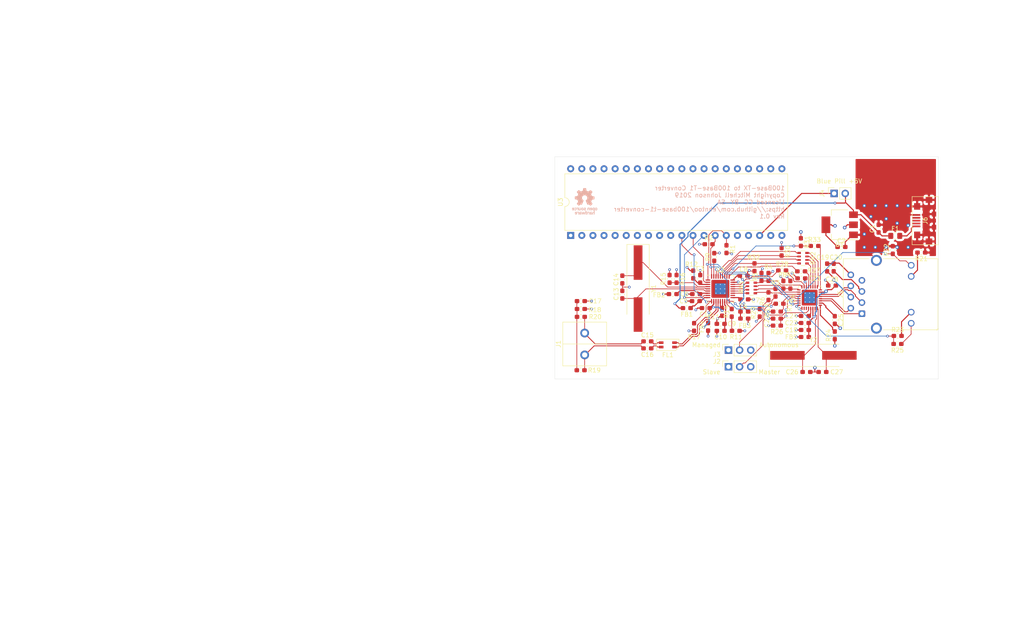
<source format=kicad_pcb>
(kicad_pcb (version 20171130) (host pcbnew "(5.1.2-1)-1")
  (layers (0 F.Cu signal) (1 In1.Cu power) (2 In2.Cu power) (31 B.Cu signal) (34 B.Paste user) (35 F.Paste user) (36 B.SilkS user) (37 F.SilkS user) (38 B.Mask user) (39 F.Mask user) (44 Edge.Cuts user))
  (net 0 "")
  (net 1 +5V)
  (net 2 GND)
  (net 3 +3V3)
  (net 4 "Net-(C3-Pad1)")
  (net 5 "Net-(C4-Pad2)")
  (net 6 "Net-(C5-Pad2)")
  (net 7 "Net-(C6-Pad2)")
  (net 8 "Net-(C10-Pad2)")
  (net 9 "Net-(C11-Pad2)")
  (net 10 "Net-(C13-Pad2)")
  (net 11 "Net-(C14-Pad2)")
  (net 12 "Net-(C17-Pad1)")
  (net 13 VDDA)
  (net 14 "Net-(C19-Pad2)")
  (net 15 "Net-(C20-Pad2)")
  (net 16 "Net-(C22-Pad1)")
  (net 17 "Net-(C24-Pad2)")
  (net 18 "Net-(C25-Pad1)")
  (net 19 "Net-(C26-Pad2)")
  (net 20 "Net-(C27-Pad2)")
  (net 21 "Net-(F1-Pad2)")
  (net 22 "Net-(J2-Pad2)")
  (net 23 "Net-(J3-Pad2)")
  (net 24 "Net-(J4-Pad1)")
  (net 25 "Net-(J5-Pad7)")
  (net 26 "Net-(J5-Pad10)")
  (net 27 "Net-(J5-Pad12)")
  (net 28 "Net-(J5-Pad11)")
  (net 29 "Net-(J6-Pad4)")
  (net 30 "Net-(J6-Pad3)")
  (net 31 "Net-(J6-Pad2)")
  (net 32 /micro/MDC)
  (net 33 /micro/MDIO)
  (net 34 /tja1101/RXD2)
  (net 35 /tja1101/RXD0)
  (net 36 /tja1101/RXD3)
  (net 37 /tja1101/RXD1)
  (net 38 "Net-(R9-Pad1)")
  (net 39 /tja1101/RXDV)
  (net 40 /tja1101/RXER)
  (net 41 "Net-(R13-Pad1)")
  (net 42 "Net-(R14-Pad1)")
  (net 43 "Net-(R15-Pad1)")
  (net 44 /micro/INH)
  (net 45 "Net-(R23-Pad1)")
  (net 46 "Net-(R24-Pad2)")
  (net 47 /tx_mac/RXC)
  (net 48 "Net-(R27-Pad2)")
  (net 49 "Net-(R28-Pad2)")
  (net 50 /tja1101/RXC)
  (net 51 /tx_mac/RXER)
  (net 52 /tx_mac/RXDV)
  (net 53 "Net-(RN1-Pad5)")
  (net 54 "Net-(RN1-Pad6)")
  (net 55 "Net-(RN1-Pad8)")
  (net 56 "Net-(RN1-Pad7)")
  (net 57 "Net-(RN2-Pad1)")
  (net 58 "Net-(RN2-Pad3)")
  (net 59 /tx_mac/RXD1)
  (net 60 /tx_mac/RXD0)
  (net 61 /tx_mac/RXD2)
  (net 62 /tx_mac/RXD3)
  (net 63 /micro/~INT)
  (net 64 /micro/WAKE_IN_OUT)
  (net 65 /tja1101/CLK_IN_OUT)
  (net 66 "Net-(U3-Pad1)")
  (net 67 "Net-(U3-Pad21)")
  (net 68 "Net-(U3-Pad2)")
  (net 69 "Net-(U3-Pad22)")
  (net 70 "Net-(U3-Pad3)")
  (net 71 "Net-(U3-Pad23)")
  (net 72 "Net-(U3-Pad4)")
  (net 73 "Net-(U3-Pad24)")
  (net 74 "Net-(U3-Pad5)")
  (net 75 "Net-(U3-Pad25)")
  (net 76 "Net-(U3-Pad6)")
  (net 77 "Net-(U3-Pad26)")
  (net 78 "Net-(U3-Pad7)")
  (net 79 "Net-(U3-Pad27)")
  (net 80 "Net-(U3-Pad8)")
  (net 81 "Net-(U3-Pad28)")
  (net 82 "Net-(U3-Pad9)")
  (net 83 "Net-(U3-Pad29)")
  (net 84 "Net-(U3-Pad10)")
  (net 85 "Net-(U3-Pad30)")
  (net 86 "Net-(U3-Pad31)")
  (net 87 "Net-(U3-Pad32)")
  (net 88 "Net-(U3-Pad33)")
  (net 89 "Net-(U3-Pad34)")
  (net 90 "Net-(U3-Pad35)")
  (net 91 "Net-(U3-Pad16)")
  (net 92 "Net-(U3-Pad36)")
  (net 93 "Net-(U3-Pad17)")
  (net 94 "Net-(U3-Pad37)")
  (net 95 "Net-(U3-Pad38)")
  (net 96 "Net-(U3-Pad20)")
  (net 97 /tx_mac/CRS)
  (net 98 /tx_mac/COL)
  (net 99 /tx_mac/MDI1+)
  (net 100 /tx_mac/MDI1-)
  (net 101 /tx_mac/MDI0+)
  (net 102 /tx_mac/MDI0-)
  (net 103 "Net-(R33-Pad2)")
  (net 104 "Net-(RN2-Pad2)")
  (net 105 "Net-(RN2-Pad4)")
  (net 106 /tja1101/CMC_TRX+)
  (net 107 /tja1101/CMC_TRX-)
  (net 108 /tja1101/CHIP_TRX-)
  (net 109 /tja1101/CHIP_TRX+)
  (net 110 /TRX+)
  (net 111 /TRX-)
  (module Symbol:OSHW-Logo_5.7x6mm_SilkScreen (layer B.Cu) (at 171.6 81 180)
    (fp_text reference REF** hide)
    (fp_text value OSHW-Logo_5.7x6mm_SilkScreen hide)
  )
  (module Connector_RJ:RJ45_Hanrun_HR911105A (layer F.Cu) (at 234.95 106.68 90)
    (fp_text reference J5 (at 4.45 -4.96 90) (layer F.SilkS))
    (fp_text value 8P8C_LED_Shielded)
    (pad 11 thru_hole circle (at 8.525 11.26 90) (size 1.5 1.5) (drill 1.02) (layers *.Cu *.Mask) (net 28 "Net-(J5-Pad11)"))
    (pad 12 thru_hole circle (at 11.065 11.26 90) (size 1.5 1.5) (drill 1.02) (layers *.Cu *.Mask) (net 27 "Net-(J5-Pad12)"))
    (pad 10 thru_hole circle (at 0.355 11.26 90) (size 1.5 1.5) (drill 1.02) (layers *.Cu *.Mask) (net 26 "Net-(J5-Pad10)"))
    (pad 9 thru_hole circle (at -2.185 11.26 90) (size 1.5 1.5) (drill 1.02) (layers *.Cu *.Mask) (net 3 +3V3))
    (pad SH thru_hole circle (at 12.185 3.31 90) (size 2.5 2.5) (drill 1.63) (layers *.Cu *.Mask) (net 2 GND))
    (pad 8 thru_hole circle (at 8.88 -2.54 90) (size 1.5 1.5) (drill 0.9) (layers *.Cu *.Mask) (net 2 GND))
    (pad SH thru_hole circle (at -3.305 3.31 90) (size 2.5 2.5) (drill 1.63) (layers *.Cu *.Mask) (net 2 GND))
    (pad 7 thru_hole circle (at 7.62 0 90) (size 1.5 1.5) (drill 0.9) (layers *.Cu *.Mask) (net 25 "Net-(J5-Pad7)"))
    (pad 6 thru_hole circle (at 6.34 -2.54 180) (size 1.5 1.5) (drill 0.9) (layers *.Cu *.Mask) (net 100 /tx_mac/MDI1-))
    (pad 5 thru_hole circle (at 5.08 0 90) (size 1.5 1.5) (drill 0.9) (layers *.Cu *.Mask) (net 15 "Net-(C20-Pad2)"))
    (pad 4 thru_hole circle (at 3.8 -2.54 90) (size 1.5 1.5) (drill 0.9) (layers *.Cu *.Mask) (net 14 "Net-(C19-Pad2)"))
    (pad 3 thru_hole circle (at 2.54 0 90) (size 1.5 1.5) (drill 0.9) (layers *.Cu *.Mask) (net 99 /tx_mac/MDI1+))
    (pad 2 thru_hole circle (at 1.26 -2.54 90) (size 1.5 1.5) (drill 0.9) (layers *.Cu *.Mask) (net 102 /tx_mac/MDI0-))
    (pad 1 thru_hole roundrect (at 0 0 90) (size 1.5 1.5) (drill 0.9) (layers *.Cu *.Mask) (roundrect_rratio 0.167) (net 101 /tx_mac/MDI0+))
    (pad "" np_thru_hole circle (at -1.275 6.36 90) (size 3.25 3.25) (drill 3.25) (layers *.Cu *.Mask))
    (pad "" np_thru_hole circle (at 10.155 6.36 90) (size 3.25 3.25) (drill 3.25) (layers *.Cu *.Mask))
  )
  (module Resistor_SMD:R_0603_1608Metric_Pad1.05x0.95mm_HandSolder (layer F.Cu) (at 213.6 98.275 90)
    (fp_text reference R4 (at 2.275 0 180) (layer F.SilkS))
    (fp_text value DNP)
    (pad 1 smd roundrect (at -0.875 0 90) (size 1.05 0.95) (layers F.Cu F.Paste F.Mask) (net 35 /tja1101/RXD0))
    (pad 2 smd roundrect (at 0.875 0 90) (size 1.05 0.95) (layers F.Cu F.Paste F.Mask) (net 2 GND))
  )
  (module Capacitor_SMD:C_0603_1608Metric_Pad1.05x0.95mm_HandSolder (layer F.Cu) (at 221.125 98.6)
    (fp_text reference C21 (at 3.075 0 180) (layer F.SilkS))
    (fp_text value 0.1uF)
    (pad 1 smd roundrect (at -0.875 0) (size 1.05 0.95) (layers F.Cu F.Paste F.Mask) (net 2 GND))
    (pad 2 smd roundrect (at 0.875 0) (size 1.05 0.95) (layers F.Cu F.Paste F.Mask) (net 3 +3V3))
  )
  (module Capacitor_SMD:C_0603_1608Metric_Pad1.05x0.95mm_HandSolder (layer F.Cu) (at 227 96.125 270)
    (fp_text reference C19 (at -2.325 1 180) (layer F.SilkS))
    (fp_text value 0.1uF)
    (pad 2 smd roundrect (at 0.875 0 270) (size 1.05 0.95) (layers F.Cu F.Paste F.Mask) (net 14 "Net-(C19-Pad2)"))
    (pad 1 smd roundrect (at -0.875 0 270) (size 1.05 0.95) (layers F.Cu F.Paste F.Mask) (net 2 GND))
  )
  (module Capacitor_SMD:C_0603_1608Metric_Pad1.05x0.95mm_HandSolder (layer F.Cu) (at 238.76 87.235 90)
    (fp_text reference C1 (at 0 -1.43 90) (layer F.SilkS))
    (fp_text value 10uF)
    (pad 1 smd roundrect (at -0.875 0 90) (size 1.05 0.95) (layers F.Cu F.Paste F.Mask) (net 1 +5V))
    (pad 2 smd roundrect (at 0.875 0 90) (size 1.05 0.95) (layers F.Cu F.Paste F.Mask) (net 2 GND))
  )
  (module Capacitor_SMD:C_0603_1608Metric_Pad1.05x0.95mm_HandSolder (layer F.Cu) (at 230.265 91.44)
    (fp_text reference C2 (at 0 -1.43) (layer F.SilkS))
    (fp_text value 10uF)
    (pad 1 smd roundrect (at -0.875 0) (size 1.05 0.95) (layers F.Cu F.Paste F.Mask) (net 3 +3V3))
    (pad 2 smd roundrect (at 0.875 0) (size 1.05 0.95) (layers F.Cu F.Paste F.Mask) (net 2 GND))
  )
  (module Capacitor_SMD:C_0603_1608Metric_Pad1.05x0.95mm_HandSolder (layer F.Cu) (at 198 98.725 90)
    (fp_text reference C3 (at 2.325 0 180) (layer F.SilkS))
    (fp_text value 0.1uF)
    (pad 2 smd roundrect (at 0.875 0 90) (size 1.05 0.95) (layers F.Cu F.Paste F.Mask) (net 2 GND))
    (pad 1 smd roundrect (at -0.875 0 90) (size 1.05 0.95) (layers F.Cu F.Paste F.Mask) (net 4 "Net-(C3-Pad1)"))
  )
  (module Capacitor_SMD:C_0603_1608Metric_Pad1.05x0.95mm_HandSolder (layer F.Cu) (at 208.075 106.2 180)
    (fp_text reference C4 (at 0.275 1.2 180) (layer F.SilkS))
    (fp_text value 10uF)
    (pad 1 smd roundrect (at -0.875 0 180) (size 1.05 0.95) (layers F.Cu F.Paste F.Mask) (net 2 GND))
    (pad 2 smd roundrect (at 0.875 0 180) (size 1.05 0.95) (layers F.Cu F.Paste F.Mask) (net 5 "Net-(C4-Pad2)"))
  )
  (module Capacitor_SMD:C_0603_1608Metric_Pad1.05x0.95mm_HandSolder (layer F.Cu) (at 197 103.8)
    (fp_text reference C5 (at -2.8 0) (layer F.SilkS))
    (fp_text value 0.1uF)
    (pad 1 smd roundrect (at -0.875 0) (size 1.05 0.95) (layers F.Cu F.Paste F.Mask) (net 2 GND))
    (pad 2 smd roundrect (at 0.875 0) (size 1.05 0.95) (layers F.Cu F.Paste F.Mask) (net 6 "Net-(C5-Pad2)"))
  )
  (module Capacitor_SMD:C_0603_1608Metric_Pad1.05x0.95mm_HandSolder (layer F.Cu) (at 197.075 102.2)
    (fp_text reference C6 (at -2.675 0) (layer F.SilkS))
    (fp_text value 0.47uF)
    (pad 2 smd roundrect (at 0.875 0) (size 1.05 0.95) (layers F.Cu F.Paste F.Mask) (net 7 "Net-(C6-Pad2)"))
    (pad 1 smd roundrect (at -0.875 0) (size 1.05 0.95) (layers F.Cu F.Paste F.Mask) (net 2 GND))
  )
  (module Capacitor_SMD:C_0603_1608Metric_Pad1.05x0.95mm_HandSolder (layer F.Cu) (at 208.075 103.4 180)
    (fp_text reference C7 (at -2.525 -0.2) (layer F.SilkS))
    (fp_text value 0.1uF)
    (pad 2 smd roundrect (at 0.875 0 180) (size 1.05 0.95) (layers F.Cu F.Paste F.Mask) (net 5 "Net-(C4-Pad2)"))
    (pad 1 smd roundrect (at -0.875 0 180) (size 1.05 0.95) (layers F.Cu F.Paste F.Mask) (net 2 GND))
  )
  (module Capacitor_SMD:C_0603_1608Metric_Pad1.05x0.95mm_HandSolder (layer F.Cu) (at 207.925 98)
    (fp_text reference C8 (at 0 -1.43) (layer F.SilkS))
    (fp_text value 0.1uF)
    (pad 1 smd roundrect (at -0.875 0) (size 1.05 0.95) (layers F.Cu F.Paste F.Mask) (net 5 "Net-(C4-Pad2)"))
    (pad 2 smd roundrect (at 0.875 0) (size 1.05 0.95) (layers F.Cu F.Paste F.Mask) (net 2 GND))
  )
  (module Capacitor_SMD:C_0603_1608Metric_Pad1.05x0.95mm_HandSolder (layer F.Cu) (at 202.675 109)
    (fp_text reference C9 (at 2.525 0) (layer F.SilkS))
    (fp_text value 0.47uF)
    (pad 2 smd roundrect (at 0.875 0) (size 1.05 0.95) (layers F.Cu F.Paste F.Mask) (net 8 "Net-(C10-Pad2)"))
    (pad 1 smd roundrect (at -0.875 0) (size 1.05 0.95) (layers F.Cu F.Paste F.Mask) (net 2 GND))
  )
  (module Capacitor_SMD:C_0603_1608Metric_Pad1.05x0.95mm_HandSolder (layer F.Cu) (at 202.675 110.6)
    (fp_text reference C10 (at 0 1.4) (layer F.SilkS))
    (fp_text value 0.47uF)
    (pad 1 smd roundrect (at -0.875 0) (size 1.05 0.95) (layers F.Cu F.Paste F.Mask) (net 2 GND))
    (pad 2 smd roundrect (at 0.875 0) (size 1.05 0.95) (layers F.Cu F.Paste F.Mask) (net 8 "Net-(C10-Pad2)"))
  )
  (module Capacitor_SMD:C_0603_1608Metric_Pad1.05x0.95mm_HandSolder (layer F.Cu) (at 203 106.275 90)
    (fp_text reference C11 (at -1.125 -2 180) (layer F.SilkS))
    (fp_text value 0.1uF)
    (pad 1 smd roundrect (at -0.875 0 90) (size 1.05 0.95) (layers F.Cu F.Paste F.Mask) (net 2 GND))
    (pad 2 smd roundrect (at 0.875 0 90) (size 1.05 0.95) (layers F.Cu F.Paste F.Mask) (net 9 "Net-(C11-Pad2)"))
  )
  (module Capacitor_SMD:C_0603_1608Metric_Pad1.05x0.95mm_HandSolder (layer F.Cu) (at 199.275 105.4 180)
    (fp_text reference C12 (at 0 -1.43) (layer F.SilkS))
    (fp_text value 0.1uF)
    (pad 1 smd roundrect (at -0.875 0 180) (size 1.05 0.95) (layers F.Cu F.Paste F.Mask) (net 9 "Net-(C11-Pad2)"))
    (pad 2 smd roundrect (at 0.875 0 180) (size 1.05 0.95) (layers F.Cu F.Paste F.Mask) (net 2 GND))
  )
  (module Capacitor_SMD:C_0603_1608Metric_Pad1.05x0.95mm_HandSolder (layer F.Cu) (at 180.2 102.325 270)
    (fp_text reference C13 (at -0.125 1.4 90) (layer F.SilkS))
    (fp_text value 27pF)
    (pad 1 smd roundrect (at -0.875 0 270) (size 1.05 0.95) (layers F.Cu F.Paste F.Mask) (net 2 GND))
    (pad 2 smd roundrect (at 0.875 0 270) (size 1.05 0.95) (layers F.Cu F.Paste F.Mask) (net 10 "Net-(C13-Pad2)"))
  )
  (module Capacitor_SMD:C_0603_1608Metric_Pad1.05x0.95mm_HandSolder (layer F.Cu) (at 180.2 98.875 90)
    (fp_text reference C14 (at 0 -1.43 90) (layer F.SilkS))
    (fp_text value 27pF)
    (pad 2 smd roundrect (at 0.875 0 90) (size 1.05 0.95) (layers F.Cu F.Paste F.Mask) (net 11 "Net-(C14-Pad2)"))
    (pad 1 smd roundrect (at -0.875 0 90) (size 1.05 0.95) (layers F.Cu F.Paste F.Mask) (net 2 GND))
  )
  (module Capacitor_SMD:C_0603_1608Metric_Pad1.05x0.95mm_HandSolder (layer F.Cu) (at 185.925 113)
    (fp_text reference C15 (at 0 -1.43) (layer F.SilkS))
    (fp_text value 0.1uF)
    (pad 2 smd roundrect (at 0.875 0) (size 1.05 0.95) (layers F.Cu F.Paste F.Mask) (net 106 /tja1101/CMC_TRX+))
    (pad 1 smd roundrect (at -0.875 0) (size 1.05 0.95) (layers F.Cu F.Paste F.Mask) (net 110 /TRX+))
  )
  (module Capacitor_SMD:C_0603_1608Metric_Pad1.05x0.95mm_HandSolder (layer F.Cu) (at 185.925 114.6 180)
    (fp_text reference C16 (at 0 -1.43) (layer F.SilkS))
    (fp_text value 0.1uF)
    (pad 1 smd roundrect (at -0.875 0 180) (size 1.05 0.95) (layers F.Cu F.Paste F.Mask) (net 107 /tja1101/CMC_TRX-))
    (pad 2 smd roundrect (at 0.875 0 180) (size 1.05 0.95) (layers F.Cu F.Paste F.Mask) (net 111 /TRX-))
  )
  (module Capacitor_SMD:C_0603_1608Metric_Pad1.05x0.95mm_HandSolder (layer F.Cu) (at 170.725 103.8)
    (fp_text reference C17 (at 3.275 0) (layer F.SilkS))
    (fp_text value 4700pF)
    (pad 1 smd roundrect (at -0.875 0) (size 1.05 0.95) (layers F.Cu F.Paste F.Mask) (net 12 "Net-(C17-Pad1)"))
    (pad 2 smd roundrect (at 0.875 0) (size 1.05 0.95) (layers F.Cu F.Paste F.Mask) (net 2 GND))
  )
  (module Capacitor_SMD:C_0603_1608Metric_Pad1.05x0.95mm_HandSolder (layer F.Cu) (at 221.925 110.4)
    (fp_text reference C18 (at -3.125 0) (layer F.SilkS))
    (fp_text value 10uF)
    (pad 2 smd roundrect (at 0.875 0) (size 1.05 0.95) (layers F.Cu F.Paste F.Mask) (net 13 VDDA))
    (pad 1 smd roundrect (at -0.875 0) (size 1.05 0.95) (layers F.Cu F.Paste F.Mask) (net 2 GND))
  )
  (module Capacitor_SMD:C_0603_1608Metric_Pad1.05x0.95mm_HandSolder (layer F.Cu) (at 228.5 96.125 270)
    (fp_text reference C20 (at -2.325 -0.5 180) (layer F.SilkS))
    (fp_text value 0.1uF)
    (pad 1 smd roundrect (at -0.875 0 270) (size 1.05 0.95) (layers F.Cu F.Paste F.Mask) (net 2 GND))
    (pad 2 smd roundrect (at 0.875 0 270) (size 1.05 0.95) (layers F.Cu F.Paste F.Mask) (net 15 "Net-(C20-Pad2)"))
  )
  (module Capacitor_SMD:C_0603_1608Metric_Pad1.05x0.95mm_HandSolder (layer F.Cu) (at 215.525 107.8 180)
    (fp_text reference C22 (at 2.325 -0.6 90) (layer F.SilkS))
    (fp_text value 0.1uF)
    (pad 1 smd roundrect (at -0.875 0 180) (size 1.05 0.95) (layers F.Cu F.Paste F.Mask) (net 16 "Net-(C22-Pad1)"))
    (pad 2 smd roundrect (at 0.875 0 180) (size 1.05 0.95) (layers F.Cu F.Paste F.Mask) (net 2 GND))
  )
  (module Capacitor_SMD:C_0603_1608Metric_Pad1.05x0.95mm_HandSolder (layer F.Cu) (at 221.925 108.8)
    (fp_text reference C23 (at -3.125 0 180) (layer F.SilkS))
    (fp_text value 0.1uF)
    (pad 1 smd roundrect (at -0.875 0) (size 1.05 0.95) (layers F.Cu F.Paste F.Mask) (net 2 GND))
    (pad 2 smd roundrect (at 0.875 0) (size 1.05 0.95) (layers F.Cu F.Paste F.Mask) (net 13 VDDA))
  )
  (module Capacitor_SMD:C_0603_1608Metric_Pad1.05x0.95mm_HandSolder (layer F.Cu) (at 221.925 107.2)
    (fp_text reference C24 (at -3.125 0 180) (layer F.SilkS))
    (fp_text value 0.1uF)
    (pad 1 smd roundrect (at -0.875 0) (size 1.05 0.95) (layers F.Cu F.Paste F.Mask) (net 2 GND))
    (pad 2 smd roundrect (at 0.875 0) (size 1.05 0.95) (layers F.Cu F.Paste F.Mask) (net 17 "Net-(C24-Pad2)"))
  )
  (module Capacitor_SMD:C_0603_1608Metric_Pad1.05x0.95mm_HandSolder (layer F.Cu) (at 228.75 108.125 270)
    (fp_text reference C25 (at 0 -1.43 90) (layer F.SilkS))
    (fp_text value 0.1uF)
    (pad 1 smd roundrect (at -0.875 0 270) (size 1.05 0.95) (layers F.Cu F.Paste F.Mask) (net 18 "Net-(C25-Pad1)"))
    (pad 2 smd roundrect (at 0.875 0 270) (size 1.05 0.95) (layers F.Cu F.Paste F.Mask) (net 2 GND))
  )
  (module Capacitor_SMD:C_0603_1608Metric_Pad1.05x0.95mm_HandSolder (layer F.Cu) (at 222.275 120 180)
    (fp_text reference C26 (at 3.275 0) (layer F.SilkS))
    (fp_text value 27pF)
    (pad 2 smd roundrect (at 0.875 0 180) (size 1.05 0.95) (layers F.Cu F.Paste F.Mask) (net 19 "Net-(C26-Pad2)"))
    (pad 1 smd roundrect (at -0.875 0 180) (size 1.05 0.95) (layers F.Cu F.Paste F.Mask) (net 2 GND))
  )
  (module Capacitor_SMD:C_0603_1608Metric_Pad1.05x0.95mm_HandSolder (layer F.Cu) (at 225.925 120)
    (fp_text reference C27 (at 3.275 0) (layer F.SilkS))
    (fp_text value 27pF)
    (pad 1 smd roundrect (at -0.875 0) (size 1.05 0.95) (layers F.Cu F.Paste F.Mask) (net 2 GND))
    (pad 2 smd roundrect (at 0.875 0) (size 1.05 0.95) (layers F.Cu F.Paste F.Mask) (net 20 "Net-(C27-Pad2)"))
  )
  (module Fuse:Fuse_0805_2012Metric_Pad1.15x1.40mm_HandSolder (layer F.Cu) (at 242.57 88.9)
    (fp_text reference F1 (at 0 -1.65) (layer F.SilkS))
    (fp_text value 500mA)
    (pad 1 smd roundrect (at -1.025 0) (size 1.15 1.4) (layers F.Cu F.Paste F.Mask) (roundrect_rratio 0.217391) (net 1 +5V))
    (pad 2 smd roundrect (at 1.025 0) (size 1.15 1.4) (layers F.Cu F.Paste F.Mask) (roundrect_rratio 0.217391) (net 21 "Net-(F1-Pad2)"))
  )
  (module Inductor_SMD:L_0603_1608Metric_Pad1.05x0.95mm_HandSolder (layer F.Cu) (at 194.925 105.4 180)
    (fp_text reference FB1 (at 0 -1.43) (layer F.SilkS))
    (fp_text value 120R)
    (pad 2 smd roundrect (at 0.875 0 180) (size 1.05 0.95) (layers F.Cu F.Paste F.Mask) (net 1 +5V))
    (pad 1 smd roundrect (at -0.875 0 180) (size 1.05 0.95) (layers F.Cu F.Paste F.Mask) (net 6 "Net-(C5-Pad2)"))
  )
  (module Inductor_SMD:L_0603_1608Metric_Pad1.05x0.95mm_HandSolder (layer F.Cu) (at 191.725 102.2 180)
    (fp_text reference FB2 (at 3.125 -0.2) (layer F.SilkS))
    (fp_text value 120R)
    (pad 1 smd roundrect (at -0.875 0 180) (size 1.05 0.95) (layers F.Cu F.Paste F.Mask) (net 7 "Net-(C6-Pad2)"))
    (pad 2 smd roundrect (at 0.875 0 180) (size 1.05 0.95) (layers F.Cu F.Paste F.Mask) (net 3 +3V3))
  )
  (module Inductor_SMD:L_0603_1608Metric_Pad1.05x0.95mm_HandSolder (layer F.Cu) (at 208.075 107.8)
    (fp_text reference FB3 (at 0.125 1.6 180) (layer F.SilkS))
    (fp_text value 120R)
    (pad 1 smd roundrect (at -0.875 0) (size 1.05 0.95) (layers F.Cu F.Paste F.Mask) (net 5 "Net-(C4-Pad2)"))
    (pad 2 smd roundrect (at 0.875 0) (size 1.05 0.95) (layers F.Cu F.Paste F.Mask) (net 3 +3V3))
  )
  (module Inductor_SMD:L_0603_1608Metric_Pad1.05x0.95mm_HandSolder (layer F.Cu) (at 199.8 109.675 90)
    (fp_text reference FB4 (at 0 -1.43 90) (layer F.SilkS))
    (fp_text value 120R)
    (pad 1 smd roundrect (at -0.875 0 90) (size 1.05 0.95) (layers F.Cu F.Paste F.Mask) (net 3 +3V3))
    (pad 2 smd roundrect (at 0.875 0 90) (size 1.05 0.95) (layers F.Cu F.Paste F.Mask) (net 9 "Net-(C11-Pad2)"))
  )
  (module Inductor_SMD:L_0603_1608Metric_Pad1.05x0.95mm_HandSolder (layer F.Cu) (at 221.925 112 180)
    (fp_text reference FB5 (at 3.125 0) (layer F.SilkS))
    (fp_text value BLM18PG181SN1D)
    (pad 2 smd roundrect (at 0.875 0 180) (size 1.05 0.95) (layers F.Cu F.Paste F.Mask) (net 3 +3V3))
    (pad 1 smd roundrect (at -0.875 0 180) (size 1.05 0.95) (layers F.Cu F.Paste F.Mask) (net 13 VDDA))
  )
  (module custom:SOIC-4 (layer F.Cu) (at 190.6 113.8 90)
    (fp_text reference FL1 (at -2.3 0) (layer F.SilkS))
    (fp_text value ACT1210L-201-2P-TL00)
    (pad 4 smd rect (at -0.5 -1.525 90) (size 0.6 1.05) (layers F.Cu F.Paste F.Mask) (net 107 /tja1101/CMC_TRX-))
    (pad 1 smd rect (at -0.5 1.525 90) (size 0.6 1.05) (layers F.Cu F.Paste F.Mask) (net 108 /tja1101/CHIP_TRX-))
    (pad 3 smd rect (at 0.5 -1.525 90) (size 0.6 1.05) (layers F.Cu F.Paste F.Mask) (net 106 /tja1101/CMC_TRX+))
    (pad 2 smd rect (at 0.5 1.525 90) (size 0.6 1.05) (layers F.Cu F.Paste F.Mask) (net 109 /tja1101/CHIP_TRX+))
  )
  (module custom:SIP-2 (layer F.Cu) (at 171.6 113.6 270)
    (fp_text reference J1 (at 0 6 90) (layer F.SilkS))
    (fp_text value Conn_01x02)
    (pad 1 thru_hole circle (at -2.5 0 270) (size 2 2) (drill 1.2) (layers *.Cu *.Mask) (net 110 /TRX+))
    (pad 2 thru_hole circle (at 2.5 0 270) (size 2 2) (drill 1.2) (layers *.Cu *.Mask) (net 111 /TRX-))
  )
  (module Connector_PinSocket_2.54mm:PinSocket_1x03_P2.54mm_Vertical (layer F.Cu) (at 204.46 118.8 90)
    (fp_text reference J2 (at 1.2 -2.66 180) (layer F.SilkS))
    (fp_text value Conn_01x03)
    (pad 3 thru_hole oval (at 0 5.08 90) (size 1.7 1.7) (drill 1) (layers *.Cu *.Mask) (net 3 +3V3))
    (pad 2 thru_hole oval (at 0 2.54 90) (size 1.7 1.7) (drill 1) (layers *.Cu *.Mask) (net 22 "Net-(J2-Pad2)"))
    (pad 1 thru_hole rect (at 0 0 90) (size 1.7 1.7) (drill 1) (layers *.Cu *.Mask) (net 2 GND))
  )
  (module Connector_PinSocket_2.54mm:PinSocket_1x03_P2.54mm_Vertical (layer F.Cu) (at 204.46 115 90)
    (fp_text reference J3 (at -1 -2.66 180) (layer F.SilkS))
    (fp_text value Conn_01x03)
    (pad 1 thru_hole rect (at 0 0 90) (size 1.7 1.7) (drill 1) (layers *.Cu *.Mask) (net 2 GND))
    (pad 2 thru_hole oval (at 0 2.54 90) (size 1.7 1.7) (drill 1) (layers *.Cu *.Mask) (net 23 "Net-(J3-Pad2)"))
    (pad 3 thru_hole oval (at 0 5.08 90) (size 1.7 1.7) (drill 1) (layers *.Cu *.Mask) (net 3 +3V3))
  )
  (module Connector_PinSocket_2.54mm:PinSocket_1x02_P2.54mm_Vertical (layer F.Cu) (at 228.6 79.2 90)
    (fp_text reference J4 (at 0 -2.77 90) (layer F.SilkS))
    (fp_text value Conn_01x02)
    (pad 1 thru_hole rect (at 0 0 90) (size 1.7 1.7) (drill 1) (layers *.Cu *.Mask) (net 24 "Net-(J4-Pad1)"))
    (pad 2 thru_hole oval (at 0 2.54 90) (size 1.7 1.7) (drill 1) (layers *.Cu *.Mask) (net 1 +5V))
  )
  (module custom:LCSC_C77238 (layer F.Cu) (at 248.92 85.42 90)
    (fp_text reference J6 (at 0 0.5 90) (layer F.SilkS))
    (fp_text value USB_B_Micro)
    (pad "" np_thru_hole circle (at 2 -0.8 90) (size 0.5 0.5) (drill 0.5) (layers *.Cu *.Mask))
    (pad 5 smd rect (at 1.3 -1.52 90) (size 0.4 1.8) (layers F.Cu F.Paste F.Mask) (net 2 GND))
    (pad 6 smd rect (at -3.25 -1.35 90) (size 1.5 1.4) (layers F.Cu F.Paste F.Mask) (net 2 GND))
    (pad 6 smd rect (at 3.25 -1.35 90) (size 1.5 1.4) (layers F.Cu F.Paste F.Mask) (net 2 GND))
    (pad 6 smd rect (at -4.75 1.35 90) (size 1.35 1.5) (layers F.Cu F.Paste F.Mask) (net 2 GND))
    (pad 6 smd rect (at 4.75 1.35 90) (size 1.35 1.5) (layers F.Cu F.Paste F.Mask) (net 2 GND))
    (pad 6 smd rect (at 1.5 2.5 90) (size 1.1 1) (layers F.Cu F.Paste F.Mask) (net 2 GND))
    (pad 6 smd rect (at -1.5 2.5 90) (size 1.1 1) (layers F.Cu F.Paste F.Mask) (net 2 GND))
    (pad 4 smd rect (at 0.65 -1.52 90) (size 0.4 1.8) (layers F.Cu F.Paste F.Mask) (net 29 "Net-(J6-Pad4)"))
    (pad 3 smd rect (at 0 -1.52 90) (size 0.4 1.8) (layers F.Cu F.Paste F.Mask) (net 30 "Net-(J6-Pad3)"))
    (pad 2 smd rect (at -0.65 -1.52 90) (size 0.4 1.8) (layers F.Cu F.Paste F.Mask) (net 31 "Net-(J6-Pad2)"))
    (pad 1 smd rect (at -1.3 -1.52 90) (size 0.4 1.8) (layers F.Cu F.Paste F.Mask) (net 21 "Net-(F1-Pad2)"))
    (pad "" np_thru_hole circle (at -2 -0.8 90) (size 0.5 0.5) (drill 0.5) (layers *.Cu *.Mask))
  )
  (module Resistor_SMD:R_0603_1608Metric_Pad1.05x0.95mm_HandSolder (layer F.Cu) (at 204 91.925 270)
    (fp_text reference R1 (at 0 -1.43 90) (layer F.SilkS))
    (fp_text value 4.7k)
    (pad 2 smd roundrect (at 0.875 0 270) (size 1.05 0.95) (layers F.Cu F.Paste F.Mask) (net 3 +3V3))
    (pad 1 smd roundrect (at -0.875 0 270) (size 1.05 0.95) (layers F.Cu F.Paste F.Mask) (net 32 /micro/MDC))
  )
  (module Resistor_SMD:R_0603_1608Metric_Pad1.05x0.95mm_HandSolder (layer F.Cu) (at 199.925 90.8)
    (fp_text reference R2 (at 0 -1.43) (layer F.SilkS))
    (fp_text value 4.7k)
    (pad 1 smd roundrect (at -0.875 0) (size 1.05 0.95) (layers F.Cu F.Paste F.Mask) (net 3 +3V3))
    (pad 2 smd roundrect (at 0.875 0) (size 1.05 0.95) (layers F.Cu F.Paste F.Mask) (net 33 /micro/MDIO))
  )
  (module Resistor_SMD:R_0603_1608Metric_Pad1.05x0.95mm_HandSolder (layer F.Cu) (at 215.2 101.875 90)
    (fp_text reference R3 (at 2.275 0 180) (layer F.SilkS))
    (fp_text value 4.7k)
    (pad 1 smd roundrect (at -0.875 0 90) (size 1.05 0.95) (layers F.Cu F.Paste F.Mask) (net 22 "Net-(J2-Pad2)"))
    (pad 2 smd roundrect (at 0.875 0 90) (size 1.05 0.95) (layers F.Cu F.Paste F.Mask) (net 34 /tja1101/RXD2))
  )
  (module Resistor_SMD:R_0603_1608Metric_Pad1.05x0.95mm_HandSolder (layer F.Cu) (at 212 98.275 90)
    (fp_text reference R5 (at 0 -1.43 90) (layer F.SilkS))
    (fp_text value DNP)
    (pad 2 smd roundrect (at 0.875 0 90) (size 1.05 0.95) (layers F.Cu F.Paste F.Mask) (net 3 +3V3))
    (pad 1 smd roundrect (at -0.875 0 90) (size 1.05 0.95) (layers F.Cu F.Paste F.Mask) (net 35 /tja1101/RXD0))
  )
  (module Resistor_SMD:R_0603_1608Metric_Pad1.05x0.95mm_HandSolder (layer F.Cu) (at 213.6 102.675 90)
    (fp_text reference R6 (at -1.125 -1.4 90) (layer F.SilkS))
    (fp_text value 4.7k)
    (pad 1 smd roundrect (at -0.875 0 90) (size 1.05 0.95) (layers F.Cu F.Paste F.Mask) (net 23 "Net-(J3-Pad2)"))
    (pad 2 smd roundrect (at 0.875 0 90) (size 1.05 0.95) (layers F.Cu F.Paste F.Mask) (net 36 /tja1101/RXD3))
  )
  (module Resistor_SMD:R_0603_1608Metric_Pad1.05x0.95mm_HandSolder (layer F.Cu) (at 218.6 100.075 90)
    (fp_text reference R7 (at 2.275 0 180) (layer F.SilkS))
    (fp_text value DNP)
    (pad 1 smd roundrect (at -0.875 0 90) (size 1.05 0.95) (layers F.Cu F.Paste F.Mask) (net 37 /tja1101/RXD1))
    (pad 2 smd roundrect (at 0.875 0 90) (size 1.05 0.95) (layers F.Cu F.Paste F.Mask) (net 2 GND))
  )
  (module Resistor_SMD:R_0603_1608Metric_Pad1.05x0.95mm_HandSolder (layer F.Cu) (at 217 100.075 90)
    (fp_text reference R8 (at 2.275 -0.2 180) (layer F.SilkS))
    (fp_text value DNP)
    (pad 2 smd roundrect (at 0.875 0 90) (size 1.05 0.95) (layers F.Cu F.Paste F.Mask) (net 3 +3V3))
    (pad 1 smd roundrect (at -0.875 0 90) (size 1.05 0.95) (layers F.Cu F.Paste F.Mask) (net 37 /tja1101/RXD1))
  )
  (module Resistor_SMD:R_0603_1608Metric_Pad1.05x0.95mm_HandSolder (layer F.Cu) (at 201.2 93.725 90)
    (fp_text reference R9 (at 0 -1.43 90) (layer F.SilkS))
    (fp_text value 10k)
    (pad 2 smd roundrect (at 0.875 0 90) (size 1.05 0.95) (layers F.Cu F.Paste F.Mask) (net 3 +3V3))
    (pad 1 smd roundrect (at -0.875 0 90) (size 1.05 0.95) (layers F.Cu F.Paste F.Mask) (net 38 "Net-(R9-Pad1)"))
  )
  (module Resistor_SMD:R_0603_1608Metric_Pad1.05x0.95mm_HandSolder (layer F.Cu) (at 215.525 106.2)
    (fp_text reference R10 (at -2.125 -0.4 90) (layer F.SilkS))
    (fp_text value 4.7k)
    (pad 1 smd roundrect (at -0.875 0) (size 1.05 0.95) (layers F.Cu F.Paste F.Mask) (net 3 +3V3))
    (pad 2 smd roundrect (at 0.875 0) (size 1.05 0.95) (layers F.Cu F.Paste F.Mask) (net 39 /tja1101/RXDV))
  )
  (module Resistor_SMD:R_0603_1608Metric_Pad1.05x0.95mm_HandSolder (layer F.Cu) (at 206.125 110.6 180)
    (fp_text reference R11 (at -0.075 -1.4) (layer F.SilkS))
    (fp_text value 4.7k)
    (pad 1 smd roundrect (at -0.875 0 180) (size 1.05 0.95) (layers F.Cu F.Paste F.Mask) (net 3 +3V3))
    (pad 2 smd roundrect (at 0.875 0 180) (size 1.05 0.95) (layers F.Cu F.Paste F.Mask) (net 40 /tja1101/RXER))
  )
  (module Resistor_SMD:R_0603_1608Metric_Pad1.05x0.95mm_HandSolder (layer F.Cu) (at 196.4 97.725 90)
    (fp_text reference R12 (at 2.325 -0.4 180) (layer F.SilkS))
    (fp_text value 4.7k)
    (pad 1 smd roundrect (at -0.875 0 90) (size 1.05 0.95) (layers F.Cu F.Paste F.Mask) (net 4 "Net-(C3-Pad1)"))
    (pad 2 smd roundrect (at 0.875 0 90) (size 1.05 0.95) (layers F.Cu F.Paste F.Mask) (net 3 +3V3))
  )
  (module Resistor_SMD:R_0603_1608Metric_Pad1.05x0.95mm_HandSolder (layer F.Cu) (at 216.125 104.4)
    (fp_text reference R13 (at 2.275 0.4 270) (layer F.SilkS))
    (fp_text value 33)
    (pad 1 smd roundrect (at -0.875 0) (size 1.05 0.95) (layers F.Cu F.Paste F.Mask) (net 41 "Net-(R13-Pad1)"))
    (pad 2 smd roundrect (at 0.875 0) (size 1.05 0.95) (layers F.Cu F.Paste F.Mask) (net 39 /tja1101/RXDV))
  )
  (module Resistor_SMD:R_0603_1608Metric_Pad1.05x0.95mm_HandSolder (layer F.Cu) (at 205.2 106.475 270)
    (fp_text reference R14 (at -0.275 1.2 270) (layer F.SilkS))
    (fp_text value 33)
    (pad 1 smd roundrect (at -0.875 0 270) (size 1.05 0.95) (layers F.Cu F.Paste F.Mask) (net 42 "Net-(R14-Pad1)"))
    (pad 2 smd roundrect (at 0.875 0 270) (size 1.05 0.95) (layers F.Cu F.Paste F.Mask) (net 40 /tja1101/RXER))
  )
  (module Resistor_SMD:R_0603_1608Metric_Pad1.05x0.95mm_HandSolder (layer F.Cu) (at 191 98.725 90)
    (fp_text reference R15 (at 0 -1.43 90) (layer F.SilkS))
    (fp_text value 10k)
    (pad 2 smd roundrect (at 0.875 0 90) (size 1.05 0.95) (layers F.Cu F.Paste F.Mask) (net 2 GND))
    (pad 1 smd roundrect (at -0.875 0 90) (size 1.05 0.95) (layers F.Cu F.Paste F.Mask) (net 43 "Net-(R15-Pad1)"))
  )
  (module Resistor_SMD:R_0603_1608Metric_Pad1.05x0.95mm_HandSolder (layer F.Cu) (at 192.6 98.725 270)
    (fp_text reference R16 (at 0 -1.43 90) (layer F.SilkS))
    (fp_text value DNP)
    (pad 1 smd roundrect (at -0.875 0 270) (size 1.05 0.95) (layers F.Cu F.Paste F.Mask) (net 3 +3V3))
    (pad 2 smd roundrect (at 0.875 0 270) (size 1.05 0.95) (layers F.Cu F.Paste F.Mask) (net 43 "Net-(R15-Pad1)"))
  )
  (module Resistor_SMD:R_0603_1608Metric_Pad1.05x0.95mm_HandSolder (layer F.Cu) (at 196.6 109.725 270)
    (fp_text reference R17 (at 2.275 0 180) (layer F.SilkS))
    (fp_text value 100k)
    (pad 2 smd roundrect (at 0.875 0 270) (size 1.05 0.95) (layers F.Cu F.Paste F.Mask) (net 2 GND))
    (pad 1 smd roundrect (at -0.875 0 270) (size 1.05 0.95) (layers F.Cu F.Paste F.Mask) (net 44 /micro/INH))
  )
  (module Resistor_SMD:R_0603_1608Metric_Pad1.05x0.95mm_HandSolder (layer F.Cu) (at 170.725 105.6 180)
    (fp_text reference R18 (at -3.2 -0.2) (layer F.SilkS))
    (fp_text value 100k)
    (pad 1 smd roundrect (at -0.875 0 180) (size 1.05 0.95) (layers F.Cu F.Paste F.Mask) (net 2 GND))
    (pad 2 smd roundrect (at 0.875 0 180) (size 1.05 0.95) (layers F.Cu F.Paste F.Mask) (net 12 "Net-(C17-Pad1)"))
  )
  (module Resistor_SMD:R_0603_1608Metric_Pad1.05x0.95mm_HandSolder (layer F.Cu) (at 170.675 119.6)
    (fp_text reference R19 (at 3.125 0) (layer F.SilkS))
    (fp_text value 1.0k)
    (pad 1 smd roundrect (at -0.875 0) (size 1.05 0.95) (layers F.Cu F.Paste F.Mask) (net 12 "Net-(C17-Pad1)"))
    (pad 2 smd roundrect (at 0.875 0) (size 1.05 0.95) (layers F.Cu F.Paste F.Mask) (net 111 /TRX-))
  )
  (module Resistor_SMD:R_0603_1608Metric_Pad1.05x0.95mm_HandSolder (layer F.Cu) (at 170.725 107.4)
    (fp_text reference R20 (at 3.275 0) (layer F.SilkS))
    (fp_text value 1.0k)
    (pad 2 smd roundrect (at 0.875 0) (size 1.05 0.95) (layers F.Cu F.Paste F.Mask) (net 110 /TRX+))
    (pad 1 smd roundrect (at -0.875 0) (size 1.05 0.95) (layers F.Cu F.Paste F.Mask) (net 12 "Net-(C17-Pad1)"))
  )
  (module Resistor_SMD:R_0603_1608Metric_Pad1.05x0.95mm_HandSolder (layer F.Cu) (at 248.525 92.71 180)
    (fp_text reference R21 (at 0 -1.43) (layer F.SilkS))
    (fp_text value 510)
    (pad 1 smd roundrect (at -0.875 0 180) (size 1.05 0.95) (layers F.Cu F.Paste F.Mask) (net 2 GND))
    (pad 2 smd roundrect (at 0.875 0 180) (size 1.05 0.95) (layers F.Cu F.Paste F.Mask) (net 28 "Net-(J5-Pad11)"))
  )
  (module Resistor_SMD:R_0603_1608Metric_Pad1.05x0.95mm_HandSolder (layer F.Cu) (at 242 92.125 90)
    (fp_text reference R22 (at 0 -1.43 90) (layer F.SilkS))
    (fp_text value 4.7k)
    (pad 2 smd roundrect (at 0.875 0 90) (size 1.05 0.95) (layers F.Cu F.Paste F.Mask) (net 2 GND))
    (pad 1 smd roundrect (at -0.875 0 90) (size 1.05 0.95) (layers F.Cu F.Paste F.Mask) (net 27 "Net-(J5-Pad12)"))
  )
  (module Resistor_SMD:R_0603_1608Metric_Pad1.05x0.95mm_HandSolder (layer F.Cu) (at 243.125 111.76)
    (fp_text reference R23 (at 0 -1.43) (layer F.SilkS))
    (fp_text value 510)
    (pad 2 smd roundrect (at 0.875 0) (size 1.05 0.95) (layers F.Cu F.Paste F.Mask) (net 26 "Net-(J5-Pad10)"))
    (pad 1 smd roundrect (at -0.875 0) (size 1.05 0.95) (layers F.Cu F.Paste F.Mask) (net 45 "Net-(R23-Pad1)"))
  )
  (module Resistor_SMD:R_0603_1608Metric_Pad1.05x0.95mm_HandSolder (layer F.Cu) (at 228.75 111.625 90)
    (fp_text reference R24 (at 0 -1.43 90) (layer F.SilkS))
    (fp_text value "2.49k 1%")
    (pad 2 smd roundrect (at 0.875 0 90) (size 1.05 0.95) (layers F.Cu F.Paste F.Mask) (net 46 "Net-(R24-Pad2)"))
    (pad 1 smd roundrect (at -0.875 0 90) (size 1.05 0.95) (layers F.Cu F.Paste F.Mask) (net 2 GND))
  )
  (module Resistor_SMD:R_0603_1608Metric_Pad1.05x0.95mm_HandSolder (layer F.Cu) (at 243.075 113.6 180)
    (fp_text reference R25 (at 0 -1.43) (layer F.SilkS))
    (fp_text value 4.7k)
    (pad 1 smd roundrect (at -0.875 0 180) (size 1.05 0.95) (layers F.Cu F.Paste F.Mask) (net 3 +3V3))
    (pad 2 smd roundrect (at 0.875 0 180) (size 1.05 0.95) (layers F.Cu F.Paste F.Mask) (net 45 "Net-(R23-Pad1)"))
  )
  (module Resistor_SMD:R_0603_1608Metric_Pad1.05x0.95mm_HandSolder (layer F.Cu) (at 215.525 109.4 180)
    (fp_text reference R26 (at 0 -1.43) (layer F.SilkS))
    (fp_text value 4.7k)
    (pad 1 smd roundrect (at -0.875 0 180) (size 1.05 0.95) (layers F.Cu F.Paste F.Mask) (net 16 "Net-(C22-Pad1)"))
    (pad 2 smd roundrect (at 0.875 0 180) (size 1.05 0.95) (layers F.Cu F.Paste F.Mask) (net 3 +3V3))
  )
  (module Resistor_SMD:R_0603_1608Metric_Pad1.05x0.95mm_HandSolder (layer F.Cu) (at 221.075 97)
    (fp_text reference R27 (at 2.925 -0.2 180) (layer F.SilkS))
    (fp_text value 33)
    (pad 1 smd roundrect (at -0.875 0) (size 1.05 0.95) (layers F.Cu F.Paste F.Mask) (net 47 /tx_mac/RXC))
    (pad 2 smd roundrect (at 0.875 0) (size 1.05 0.95) (layers F.Cu F.Paste F.Mask) (net 48 "Net-(R27-Pad2)"))
  )
  (module Resistor_SMD:R_0603_1608Metric_Pad1.05x0.95mm_HandSolder (layer F.Cu) (at 216.725 96.8)
    (fp_text reference R28 (at 0 -1.43) (layer F.SilkS))
    (fp_text value 33)
    (pad 2 smd roundrect (at 0.875 0) (size 1.05 0.95) (layers F.Cu F.Paste F.Mask) (net 49 "Net-(R28-Pad2)"))
    (pad 1 smd roundrect (at -0.875 0) (size 1.05 0.95) (layers F.Cu F.Paste F.Mask) (net 50 /tja1101/RXC))
  )
  (module Resistor_SMD:R_0603_1608Metric_Pad1.05x0.95mm_HandSolder (layer F.Cu) (at 211.6 106.475 90)
    (fp_text reference R29 (at 0 -1.43 90) (layer F.SilkS))
    (fp_text value 4.7k)
    (pad 2 smd roundrect (at 0.875 0 90) (size 1.05 0.95) (layers F.Cu F.Paste F.Mask) (net 51 /tx_mac/RXER))
    (pad 1 smd roundrect (at -0.875 0 90) (size 1.05 0.95) (layers F.Cu F.Paste F.Mask) (net 2 GND))
  )
  (module Resistor_SMD:R_0603_1608Metric_Pad1.05x0.95mm_HandSolder (layer F.Cu) (at 216.6 92.525 270)
    (fp_text reference R30 (at 0 -1.43 90) (layer F.SilkS))
    (fp_text value 4.7k)
    (pad 1 smd roundrect (at -0.875 0 270) (size 1.05 0.95) (layers F.Cu F.Paste F.Mask) (net 2 GND))
    (pad 2 smd roundrect (at 0.875 0 270) (size 1.05 0.95) (layers F.Cu F.Paste F.Mask) (net 59 /tx_mac/RXD1))
  )
  (module Resistor_SMD:R_0603_1608Metric_Pad1.05x0.95mm_HandSolder (layer F.Cu) (at 221 90.325 270)
    (fp_text reference R31 (at 0 -1.43 90) (layer F.SilkS))
    (fp_text value 4.7k)
    (pad 2 smd roundrect (at 0.875 0 270) (size 1.05 0.95) (layers F.Cu F.Paste F.Mask) (net 52 /tx_mac/RXDV))
    (pad 1 smd roundrect (at -0.875 0 270) (size 1.05 0.95) (layers F.Cu F.Paste F.Mask) (net 2 GND))
  )
  (module Resistor_SMD:R_0603_1608Metric_Pad1.05x0.95mm_HandSolder (layer F.Cu) (at 210.4 96.075 90)
    (fp_text reference R32 (at 2.275 -0.2 180) (layer F.SilkS))
    (fp_text value 4.7k)
    (pad 2 smd roundrect (at 0.875 0 90) (size 1.05 0.95) (layers F.Cu F.Paste F.Mask) (net 62 /tx_mac/RXD3))
    (pad 1 smd roundrect (at -0.875 0 90) (size 1.05 0.95) (layers F.Cu F.Paste F.Mask) (net 2 GND))
  )
  (module Resistor_SMD:R_0603_1608Metric_Pad1.05x0.95mm_HandSolder (layer F.Cu) (at 224.125 91.2)
    (fp_text reference R33 (at 0 -1.43) (layer F.SilkS))
    (fp_text value 33)
    (pad 2 smd roundrect (at 0.875 0) (size 1.05 0.95) (layers F.Cu F.Paste F.Mask) (net 103 "Net-(R33-Pad2)"))
    (pad 1 smd roundrect (at -0.875 0) (size 1.05 0.95) (layers F.Cu F.Paste F.Mask) (net 52 /tx_mac/RXDV))
  )
  (module Package_TO_SOT_SMD:SOT-223-3_TabPin2 (layer F.Cu) (at 229.87 86.36 180)
    (fp_text reference U1 (at 0 -4.5) (layer F.SilkS))
    (fp_text value AP1117-33)
    (pad 2 smd rect (at 3.15 0 180) (size 2 3.8) (layers F.Cu F.Paste F.Mask) (net 3 +3V3))
    (pad 2 smd rect (at -3.15 0 180) (size 2 1.5) (layers F.Cu F.Paste F.Mask) (net 3 +3V3))
    (pad 3 smd rect (at -3.15 2.3 180) (size 2 1.5) (layers F.Cu F.Paste F.Mask) (net 1 +5V))
    (pad 1 smd rect (at -3.15 -2.3 180) (size 2 1.5) (layers F.Cu F.Paste F.Mask) (net 2 GND))
  )
  (module Package_DFN_QFN:QFN-36-1EP_6x6mm_P0.5mm_EP4.1x4.1mm_ThermalVias (layer F.Cu) (at 202.6 101)
    (fp_text reference U2 (at 0 -4.32) (layer F.SilkS))
    (fp_text value TJA1101)
    (pad 37 smd roundrect (at 0 0) (size 4.1 4.1) (layers F.Cu F.Mask) (roundrect_rratio 0.060976) (net 2 GND))
    (pad 37 thru_hole circle (at -1 -1) (size 0.5 0.5) (drill 0.2) (layers *.Cu) (net 2 GND))
    (pad 37 thru_hole circle (at 0 -1) (size 0.5 0.5) (drill 0.2) (layers *.Cu) (net 2 GND))
    (pad 37 thru_hole circle (at 1 -1) (size 0.5 0.5) (drill 0.2) (layers *.Cu) (net 2 GND))
    (pad 37 thru_hole circle (at -1 0) (size 0.5 0.5) (drill 0.2) (layers *.Cu) (net 2 GND))
    (pad 37 thru_hole circle (at 0 0) (size 0.5 0.5) (drill 0.2) (layers *.Cu) (net 2 GND))
    (pad 37 thru_hole circle (at 1 0) (size 0.5 0.5) (drill 0.2) (layers *.Cu) (net 2 GND))
    (pad 37 thru_hole circle (at -1 1) (size 0.5 0.5) (drill 0.2) (layers *.Cu) (net 2 GND))
    (pad 37 thru_hole circle (at 0 1) (size 0.5 0.5) (drill 0.2) (layers *.Cu) (net 2 GND))
    (pad 37 thru_hole circle (at 1 1) (size 0.5 0.5) (drill 0.2) (layers *.Cu) (net 2 GND))
    (pad 37 smd roundrect (at 0 0) (size 2.5 2.5) (layers B.Cu) (roundrect_rratio 0.1) (net 2 GND))
    (pad 1 smd roundrect (at -2.8375 -2) (size 1.075 0.25) (layers F.Cu F.Paste F.Mask) (net 32 /micro/MDC))
    (pad 2 smd roundrect (at -2.8375 -1.5) (size 1.075 0.25) (layers F.Cu F.Paste F.Mask) (net 63 /micro/~INT))
    (pad 3 smd roundrect (at -2.8375 -1) (size 1.075 0.25) (layers F.Cu F.Paste F.Mask) (net 4 "Net-(C3-Pad1)"))
    (pad 4 smd roundrect (at -2.8375 -0.5) (size 1.075 0.25) (layers F.Cu F.Paste F.Mask) (net 43 "Net-(R15-Pad1)"))
    (pad 5 smd roundrect (at -2.8375 0) (size 1.075 0.25) (layers F.Cu F.Paste F.Mask) (net 11 "Net-(C14-Pad2)"))
    (pad 6 smd roundrect (at -2.8375 0.5) (size 1.075 0.25) (layers F.Cu F.Paste F.Mask) (net 10 "Net-(C13-Pad2)"))
    (pad 7 smd roundrect (at -2.8375 1) (size 1.075 0.25) (layers F.Cu F.Paste F.Mask) (net 7 "Net-(C6-Pad2)"))
    (pad 8 smd roundrect (at -2.8375 1.5) (size 1.075 0.25) (layers F.Cu F.Paste F.Mask) (net 64 /micro/WAKE_IN_OUT))
    (pad 9 smd roundrect (at -2.8375 2) (size 1.075 0.25) (layers F.Cu F.Paste F.Mask) (net 6 "Net-(C5-Pad2)"))
    (pad 10 smd roundrect (at -2 2.8375) (size 0.25 1.075) (layers F.Cu F.Paste F.Mask) (net 44 /micro/INH))
    (pad 11 smd roundrect (at -1.5 2.8375) (size 0.25 1.075) (layers F.Cu F.Paste F.Mask) (net 9 "Net-(C11-Pad2)"))
    (pad 12 smd roundrect (at -1 2.8375) (size 0.25 1.075) (layers F.Cu F.Paste F.Mask) (net 109 /tja1101/CHIP_TRX+))
    (pad 13 smd roundrect (at -0.5 2.8375) (size 0.25 1.075) (layers F.Cu F.Paste F.Mask) (net 108 /tja1101/CHIP_TRX-))
    (pad 14 smd roundrect (at 0 2.8375) (size 0.25 1.075) (layers F.Cu F.Paste F.Mask) (net 9 "Net-(C11-Pad2)"))
    (pad 15 smd roundrect (at 0.5 2.8375) (size 0.25 1.075) (layers F.Cu F.Paste F.Mask) (net 9 "Net-(C11-Pad2)"))
    (pad 16 smd roundrect (at 1 2.8375) (size 0.25 1.075) (layers F.Cu F.Paste F.Mask) (net 8 "Net-(C10-Pad2)"))
    (pad 17 smd roundrect (at 1.5 2.8375) (size 0.25 1.075) (layers F.Cu F.Paste F.Mask) (net 42 "Net-(R14-Pad1)"))
    (pad 18 smd roundrect (at 2 2.8375) (size 0.25 1.075) (layers F.Cu F.Paste F.Mask) (net 41 "Net-(R13-Pad1)"))
    (pad 19 smd roundrect (at 2.8375 2) (size 1.075 0.25) (layers F.Cu F.Paste F.Mask) (net 5 "Net-(C4-Pad2)"))
    (pad 20 smd roundrect (at 2.8375 1.5) (size 1.075 0.25) (layers F.Cu F.Paste F.Mask) (net 65 /tja1101/CLK_IN_OUT))
    (pad 21 smd roundrect (at 2.8375 1) (size 1.075 0.25) (layers F.Cu F.Paste F.Mask) (net 53 "Net-(RN1-Pad5)"))
    (pad 22 smd roundrect (at 2.8375 0.5) (size 1.075 0.25) (layers F.Cu F.Paste F.Mask) (net 54 "Net-(RN1-Pad6)"))
    (pad 23 smd roundrect (at 2.8375 0) (size 1.075 0.25) (layers F.Cu F.Paste F.Mask) (net 56 "Net-(RN1-Pad7)"))
    (pad 24 smd roundrect (at 2.8375 -0.5) (size 1.075 0.25) (layers F.Cu F.Paste F.Mask) (net 55 "Net-(RN1-Pad8)"))
    (pad 25 smd roundrect (at 2.8375 -1) (size 1.075 0.25) (layers F.Cu F.Paste F.Mask) (net 50 /tja1101/RXC))
    (pad 26 smd roundrect (at 2.8375 -1.5) (size 1.075 0.25) (layers F.Cu F.Paste F.Mask) (net 2 GND))
    (pad 27 smd roundrect (at 2.8375 -2) (size 1.075 0.25) (layers F.Cu F.Paste F.Mask) (net 5 "Net-(C4-Pad2)"))
    (pad 28 smd roundrect (at 2 -2.8375) (size 0.25 1.075) (layers F.Cu F.Paste F.Mask) (net 47 /tx_mac/RXC))
    (pad 29 smd roundrect (at 1.5 -2.8375) (size 0.25 1.075) (layers F.Cu F.Paste F.Mask) (net 52 /tx_mac/RXDV))
    (pad 30 smd roundrect (at 1 -2.8375) (size 0.25 1.075) (layers F.Cu F.Paste F.Mask) (net 62 /tx_mac/RXD3))
    (pad 31 smd roundrect (at 0.5 -2.8375) (size 0.25 1.075) (layers F.Cu F.Paste F.Mask) (net 61 /tx_mac/RXD2))
    (pad 32 smd roundrect (at 0 -2.8375) (size 0.25 1.075) (layers F.Cu F.Paste F.Mask) (net 59 /tx_mac/RXD1))
    (pad 33 smd roundrect (at -0.5 -2.8375) (size 0.25 1.075) (layers F.Cu F.Paste F.Mask) (net 60 /tx_mac/RXD0))
    (pad 34 smd roundrect (at -1 -2.8375) (size 0.25 1.075) (layers F.Cu F.Paste F.Mask) (net 51 /tx_mac/RXER))
    (pad 35 smd roundrect (at -1.5 -2.8375) (size 0.25 1.075) (layers F.Cu F.Paste F.Mask) (net 38 "Net-(R9-Pad1)"))
    (pad 36 smd roundrect (at -2 -2.8375) (size 0.25 1.075) (layers F.Cu F.Paste F.Mask) (net 33 /micro/MDIO))
  )
  (module Package_DIP:DIP-40_W15.24mm (layer F.Cu) (at 168.4 88.8 90)
    (fp_text reference U3 (at 7.62 -2.33 90) (layer F.SilkS))
    (fp_text value blue_pill)
    (pad 1 thru_hole rect (at 0 0 90) (size 1.6 1.6) (drill 0.8) (layers *.Cu *.Mask) (net 66 "Net-(U3-Pad1)"))
    (pad 21 thru_hole oval (at 15.24 48.26 90) (size 1.6 1.6) (drill 0.8) (layers *.Cu *.Mask) (net 67 "Net-(U3-Pad21)"))
    (pad 2 thru_hole oval (at 0 2.54 90) (size 1.6 1.6) (drill 0.8) (layers *.Cu *.Mask) (net 68 "Net-(U3-Pad2)"))
    (pad 22 thru_hole oval (at 15.24 45.72 90) (size 1.6 1.6) (drill 0.8) (layers *.Cu *.Mask) (net 69 "Net-(U3-Pad22)"))
    (pad 3 thru_hole oval (at 0 5.08 90) (size 1.6 1.6) (drill 0.8) (layers *.Cu *.Mask) (net 70 "Net-(U3-Pad3)"))
    (pad 23 thru_hole oval (at 15.24 43.18 90) (size 1.6 1.6) (drill 0.8) (layers *.Cu *.Mask) (net 71 "Net-(U3-Pad23)"))
    (pad 4 thru_hole oval (at 0 7.62 90) (size 1.6 1.6) (drill 0.8) (layers *.Cu *.Mask) (net 72 "Net-(U3-Pad4)"))
    (pad 24 thru_hole oval (at 15.24 40.64 90) (size 1.6 1.6) (drill 0.8) (layers *.Cu *.Mask) (net 73 "Net-(U3-Pad24)"))
    (pad 5 thru_hole oval (at 0 10.16 90) (size 1.6 1.6) (drill 0.8) (layers *.Cu *.Mask) (net 74 "Net-(U3-Pad5)"))
    (pad 25 thru_hole oval (at 15.24 38.1 90) (size 1.6 1.6) (drill 0.8) (layers *.Cu *.Mask) (net 75 "Net-(U3-Pad25)"))
    (pad 6 thru_hole oval (at 0 12.7 90) (size 1.6 1.6) (drill 0.8) (layers *.Cu *.Mask) (net 76 "Net-(U3-Pad6)"))
    (pad 26 thru_hole oval (at 15.24 35.56 90) (size 1.6 1.6) (drill 0.8) (layers *.Cu *.Mask) (net 77 "Net-(U3-Pad26)"))
    (pad 7 thru_hole oval (at 0 15.24 90) (size 1.6 1.6) (drill 0.8) (layers *.Cu *.Mask) (net 78 "Net-(U3-Pad7)"))
    (pad 27 thru_hole oval (at 15.24 33.02 90) (size 1.6 1.6) (drill 0.8) (layers *.Cu *.Mask) (net 79 "Net-(U3-Pad27)"))
    (pad 8 thru_hole oval (at 0 17.78 90) (size 1.6 1.6) (drill 0.8) (layers *.Cu *.Mask) (net 80 "Net-(U3-Pad8)"))
    (pad 28 thru_hole oval (at 15.24 30.48 90) (size 1.6 1.6) (drill 0.8) (layers *.Cu *.Mask) (net 81 "Net-(U3-Pad28)"))
    (pad 9 thru_hole oval (at 0 20.32 90) (size 1.6 1.6) (drill 0.8) (layers *.Cu *.Mask) (net 82 "Net-(U3-Pad9)"))
    (pad 29 thru_hole oval (at 15.24 27.94 90) (size 1.6 1.6) (drill 0.8) (layers *.Cu *.Mask) (net 83 "Net-(U3-Pad29)"))
    (pad 10 thru_hole oval (at 0 22.86 90) (size 1.6 1.6) (drill 0.8) (layers *.Cu *.Mask) (net 84 "Net-(U3-Pad10)"))
    (pad 30 thru_hole oval (at 15.24 25.4 90) (size 1.6 1.6) (drill 0.8) (layers *.Cu *.Mask) (net 85 "Net-(U3-Pad30)"))
    (pad 11 thru_hole oval (at 0 25.4 90) (size 1.6 1.6) (drill 0.8) (layers *.Cu *.Mask) (net 44 /micro/INH))
    (pad 31 thru_hole oval (at 15.24 22.86 90) (size 1.6 1.6) (drill 0.8) (layers *.Cu *.Mask) (net 86 "Net-(U3-Pad31)"))
    (pad 12 thru_hole oval (at 0 27.94 90) (size 1.6 1.6) (drill 0.8) (layers *.Cu *.Mask) (net 63 /micro/~INT))
    (pad 32 thru_hole oval (at 15.24 20.32 90) (size 1.6 1.6) (drill 0.8) (layers *.Cu *.Mask) (net 87 "Net-(U3-Pad32)"))
    (pad 13 thru_hole oval (at 0 30.48 90) (size 1.6 1.6) (drill 0.8) (layers *.Cu *.Mask) (net 64 /micro/WAKE_IN_OUT))
    (pad 33 thru_hole oval (at 15.24 17.78 90) (size 1.6 1.6) (drill 0.8) (layers *.Cu *.Mask) (net 88 "Net-(U3-Pad33)"))
    (pad 14 thru_hole oval (at 0 33.02 90) (size 1.6 1.6) (drill 0.8) (layers *.Cu *.Mask) (net 33 /micro/MDIO))
    (pad 34 thru_hole oval (at 15.24 15.24 90) (size 1.6 1.6) (drill 0.8) (layers *.Cu *.Mask) (net 89 "Net-(U3-Pad34)"))
    (pad 15 thru_hole oval (at 0 35.56 90) (size 1.6 1.6) (drill 0.8) (layers *.Cu *.Mask) (net 32 /micro/MDC))
    (pad 35 thru_hole oval (at 15.24 12.7 90) (size 1.6 1.6) (drill 0.8) (layers *.Cu *.Mask) (net 90 "Net-(U3-Pad35)"))
    (pad 16 thru_hole oval (at 0 38.1 90) (size 1.6 1.6) (drill 0.8) (layers *.Cu *.Mask) (net 91 "Net-(U3-Pad16)"))
    (pad 36 thru_hole oval (at 15.24 10.16 90) (size 1.6 1.6) (drill 0.8) (layers *.Cu *.Mask) (net 92 "Net-(U3-Pad36)"))
    (pad 17 thru_hole oval (at 0 40.64 90) (size 1.6 1.6) (drill 0.8) (layers *.Cu *.Mask) (net 93 "Net-(U3-Pad17)"))
    (pad 37 thru_hole oval (at 15.24 7.62 90) (size 1.6 1.6) (drill 0.8) (layers *.Cu *.Mask) (net 94 "Net-(U3-Pad37)"))
    (pad 18 thru_hole oval (at 0 43.18 90) (size 1.6 1.6) (drill 0.8) (layers *.Cu *.Mask) (net 24 "Net-(J4-Pad1)"))
    (pad 38 thru_hole oval (at 15.24 5.08 90) (size 1.6 1.6) (drill 0.8) (layers *.Cu *.Mask) (net 95 "Net-(U3-Pad38)"))
    (pad 19 thru_hole oval (at 0 45.72 90) (size 1.6 1.6) (drill 0.8) (layers *.Cu *.Mask) (net 2 GND))
    (pad 39 thru_hole oval (at 15.24 2.54 90) (size 1.6 1.6) (drill 0.8) (layers *.Cu *.Mask) (net 2 GND))
    (pad 20 thru_hole oval (at 0 48.26 90) (size 1.6 1.6) (drill 0.8) (layers *.Cu *.Mask) (net 96 "Net-(U3-Pad20)"))
    (pad 40 thru_hole oval (at 15.24 0 90) (size 1.6 1.6) (drill 0.8) (layers *.Cu *.Mask) (net 2 GND))
  )
  (module Package_DFN_QFN:QFN-32-1EP_5x5mm_P0.5mm_EP3.6x3.6mm_ThermalVias (layer F.Cu) (at 223 103 180)
    (fp_text reference U4 (at 3.8 -0.2 90) (layer F.SilkS))
    (fp_text value SR8201F)
    (pad 33 smd roundrect (at 0 0 180) (size 3.6 3.6) (layers F.Cu F.Mask) (roundrect_rratio 0.06944400000000001) (net 2 GND))
    (pad 33 thru_hole circle (at -1 -1 180) (size 0.5 0.5) (drill 0.2) (layers *.Cu) (net 2 GND))
    (pad 33 thru_hole circle (at 0 -1 180) (size 0.5 0.5) (drill 0.2) (layers *.Cu) (net 2 GND))
    (pad 33 thru_hole circle (at 1 -1 180) (size 0.5 0.5) (drill 0.2) (layers *.Cu) (net 2 GND))
    (pad 33 thru_hole circle (at -1 0 180) (size 0.5 0.5) (drill 0.2) (layers *.Cu) (net 2 GND))
    (pad 33 thru_hole circle (at 0 0 180) (size 0.5 0.5) (drill 0.2) (layers *.Cu) (net 2 GND))
    (pad 33 thru_hole circle (at 1 0 180) (size 0.5 0.5) (drill 0.2) (layers *.Cu) (net 2 GND))
    (pad 33 thru_hole circle (at -1 1 180) (size 0.5 0.5) (drill 0.2) (layers *.Cu) (net 2 GND))
    (pad 33 thru_hole circle (at 0 1 180) (size 0.5 0.5) (drill 0.2) (layers *.Cu) (net 2 GND))
    (pad 33 thru_hole circle (at 1 1 180) (size 0.5 0.5) (drill 0.2) (layers *.Cu) (net 2 GND))
    (pad 33 smd roundrect (at 0 0 180) (size 2.5 2.5) (layers B.Cu) (roundrect_rratio 0.1) (net 2 GND))
    (pad 1 smd roundrect (at -2.45 -1.75 180) (size 0.8 0.25) (layers F.Cu F.Paste F.Mask) (net 46 "Net-(R24-Pad2)"))
    (pad 2 smd roundrect (at -2.45 -1.25 180) (size 0.8 0.25) (layers F.Cu F.Paste F.Mask) (net 18 "Net-(C25-Pad1)"))
    (pad 3 smd roundrect (at -2.45 -0.75 180) (size 0.8 0.25) (layers F.Cu F.Paste F.Mask) (net 101 /tx_mac/MDI0+))
    (pad 4 smd roundrect (at -2.45 -0.25 180) (size 0.8 0.25) (layers F.Cu F.Paste F.Mask) (net 102 /tx_mac/MDI0-))
    (pad 5 smd roundrect (at -2.45 0.25 180) (size 0.8 0.25) (layers F.Cu F.Paste F.Mask) (net 99 /tx_mac/MDI1+))
    (pad 6 smd roundrect (at -2.45 0.75 180) (size 0.8 0.25) (layers F.Cu F.Paste F.Mask) (net 100 /tx_mac/MDI1-))
    (pad 7 smd roundrect (at -2.45 1.25 180) (size 0.8 0.25) (layers F.Cu F.Paste F.Mask) (net 13 VDDA))
    (pad 8 smd roundrect (at -2.45 1.75 180) (size 0.8 0.25) (layers F.Cu F.Paste F.Mask) (net 103 "Net-(R33-Pad2)"))
    (pad 9 smd roundrect (at -1.75 2.45 180) (size 0.25 0.8) (layers F.Cu F.Paste F.Mask) (net 57 "Net-(RN2-Pad1)"))
    (pad 10 smd roundrect (at -1.25 2.45 180) (size 0.25 0.8) (layers F.Cu F.Paste F.Mask) (net 104 "Net-(RN2-Pad2)"))
    (pad 11 smd roundrect (at -0.75 2.45 180) (size 0.25 0.8) (layers F.Cu F.Paste F.Mask) (net 58 "Net-(RN2-Pad3)"))
    (pad 12 smd roundrect (at -0.25 2.45 180) (size 0.25 0.8) (layers F.Cu F.Paste F.Mask) (net 105 "Net-(RN2-Pad4)"))
    (pad 13 smd roundrect (at 0.25 2.45 180) (size 0.25 0.8) (layers F.Cu F.Paste F.Mask) (net 48 "Net-(R27-Pad2)"))
    (pad 14 smd roundrect (at 0.75 2.45 180) (size 0.25 0.8) (layers F.Cu F.Paste F.Mask) (net 3 +3V3))
    (pad 15 smd roundrect (at 1.25 2.45 180) (size 0.25 0.8) (layers F.Cu F.Paste F.Mask) (net 49 "Net-(R28-Pad2)"))
    (pad 16 smd roundrect (at 1.75 2.45 180) (size 0.25 0.8) (layers F.Cu F.Paste F.Mask) (net 35 /tja1101/RXD0))
    (pad 17 smd roundrect (at 2.45 1.75 180) (size 0.8 0.25) (layers F.Cu F.Paste F.Mask) (net 37 /tja1101/RXD1))
    (pad 18 smd roundrect (at 2.45 1.25 180) (size 0.8 0.25) (layers F.Cu F.Paste F.Mask) (net 34 /tja1101/RXD2))
    (pad 19 smd roundrect (at 2.45 0.75 180) (size 0.8 0.25) (layers F.Cu F.Paste F.Mask) (net 36 /tja1101/RXD3))
    (pad 20 smd roundrect (at 2.45 0.25 180) (size 0.8 0.25) (layers F.Cu F.Paste F.Mask) (net 39 /tja1101/RXDV))
    (pad 21 smd roundrect (at 2.45 -0.25 180) (size 0.8 0.25) (layers F.Cu F.Paste F.Mask) (net 16 "Net-(C22-Pad1)"))
    (pad 22 smd roundrect (at 2.45 -0.75 180) (size 0.8 0.25) (layers F.Cu F.Paste F.Mask) (net 32 /micro/MDC))
    (pad 23 smd roundrect (at 2.45 -1.25 180) (size 0.8 0.25) (layers F.Cu F.Paste F.Mask) (net 33 /micro/MDIO))
    (pad 24 smd roundrect (at 2.45 -1.75 180) (size 0.8 0.25) (layers F.Cu F.Paste F.Mask) (net 27 "Net-(J5-Pad12)"))
    (pad 25 smd roundrect (at 1.75 -2.45 180) (size 0.25 0.8) (layers F.Cu F.Paste F.Mask) (net 45 "Net-(R23-Pad1)"))
    (pad 26 smd roundrect (at 1.25 -2.45 180) (size 0.25 0.8) (layers F.Cu F.Paste F.Mask) (net 97 /tx_mac/CRS))
    (pad 27 smd roundrect (at 0.75 -2.45 180) (size 0.25 0.8) (layers F.Cu F.Paste F.Mask) (net 98 /tx_mac/COL))
    (pad 28 smd roundrect (at 0.25 -2.45 180) (size 0.25 0.8) (layers F.Cu F.Paste F.Mask) (net 51 /tx_mac/RXER))
    (pad 29 smd roundrect (at -0.25 -2.45 180) (size 0.25 0.8) (layers F.Cu F.Paste F.Mask) (net 17 "Net-(C24-Pad2)"))
    (pad 30 smd roundrect (at -0.75 -2.45 180) (size 0.25 0.8) (layers F.Cu F.Paste F.Mask) (net 13 VDDA))
    (pad 31 smd roundrect (at -1.25 -2.45 180) (size 0.25 0.8) (layers F.Cu F.Paste F.Mask) (net 19 "Net-(C26-Pad2)"))
    (pad 32 smd roundrect (at -1.75 -2.45 180) (size 0.25 0.8) (layers F.Cu F.Paste F.Mask) (net 20 "Net-(C27-Pad2)"))
  )
  (module Crystal:Crystal_SMD_HC49-SD_HandSoldering (layer F.Cu) (at 183.8 100.9375 270)
    (fp_text reference Y1 (at 0 -3.55 90) (layer F.SilkS))
    (fp_text value "TXC 9C25000026")
    (pad 2 smd rect (at 5.9375 0 270) (size 7.875 2) (layers F.Cu F.Paste F.Mask) (net 10 "Net-(C13-Pad2)"))
    (pad 1 smd rect (at -5.9375 0 270) (size 7.875 2) (layers F.Cu F.Paste F.Mask) (net 11 "Net-(C14-Pad2)"))
  )
  (module Crystal:Crystal_SMD_HC49-SD_HandSoldering (layer F.Cu) (at 223.8625 116.2)
    (fp_text reference Y2 (at 0 -3.55) (layer F.SilkS))
    (fp_text value "TXC 9C25000026")
    (pad 1 smd rect (at -5.9375 0) (size 7.875 2) (layers F.Cu F.Paste F.Mask) (net 19 "Net-(C26-Pad2)"))
    (pad 2 smd rect (at 5.9375 0) (size 7.875 2) (layers F.Cu F.Paste F.Mask) (net 20 "Net-(C27-Pad2)"))
  )
  (module Capacitor_SMD:C_0603_1608Metric_Pad1.05x0.95mm_HandSolder (layer F.Cu) (at 228.125 100.25)
    (fp_text reference C28 (at 0 -1.43) (layer F.SilkS))
    (fp_text value 0.1uF)
    (pad 1 smd roundrect (at -0.875 0) (size 1.05 0.95) (layers F.Cu F.Paste F.Mask) (net 2 GND))
    (pad 2 smd roundrect (at 0.875 0) (size 1.05 0.95) (layers F.Cu F.Paste F.Mask) (net 13 VDDA))
  )
  (module custom:R_Array_Convex_Reversed_4x0603 (layer F.Cu) (at 209.7 100.8 180)
    (fp_text reference RN1 (at 2.3 0.2 90) (layer F.SilkS))
    (fp_text value 33)
    (pad 8 smd rect (at 0.9 1.2 180) (size 0.8 0.5) (layers F.Cu F.Paste F.Mask) (net 55 "Net-(RN1-Pad8)"))
    (pad 7 smd rect (at 0.9 0.4 180) (size 0.8 0.4) (layers F.Cu F.Paste F.Mask) (net 56 "Net-(RN1-Pad7)"))
    (pad 5 smd rect (at 0.9 -1.2 180) (size 0.8 0.5) (layers F.Cu F.Paste F.Mask) (net 53 "Net-(RN1-Pad5)"))
    (pad 6 smd rect (at 0.9 -0.4 180) (size 0.8 0.4) (layers F.Cu F.Paste F.Mask) (net 54 "Net-(RN1-Pad6)"))
    (pad 1 smd rect (at -0.9 1.2 180) (size 0.8 0.5) (layers F.Cu F.Paste F.Mask) (net 35 /tja1101/RXD0))
    (pad 3 smd rect (at -0.9 -0.4 180) (size 0.8 0.4) (layers F.Cu F.Paste F.Mask) (net 34 /tja1101/RXD2))
    (pad 2 smd rect (at -0.9 0.4 180) (size 0.8 0.4) (layers F.Cu F.Paste F.Mask) (net 37 /tja1101/RXD1))
    (pad 4 smd rect (at -0.9 -1.2 180) (size 0.8 0.5) (layers F.Cu F.Paste F.Mask) (net 36 /tja1101/RXD3))
  )
  (module custom:R_Array_Convex_Reversed_4x0603 (layer F.Cu) (at 221.5 94 180)
    (fp_text reference RN2 (at -2.3 0 90) (layer F.SilkS))
    (fp_text value 33R)
    (pad 8 smd rect (at 0.9 1.2 180) (size 0.8 0.5) (layers F.Cu F.Paste F.Mask) (net 60 /tx_mac/RXD0))
    (pad 7 smd rect (at 0.9 0.4 180) (size 0.8 0.4) (layers F.Cu F.Paste F.Mask) (net 59 /tx_mac/RXD1))
    (pad 5 smd rect (at 0.9 -1.2 180) (size 0.8 0.5) (layers F.Cu F.Paste F.Mask) (net 62 /tx_mac/RXD3))
    (pad 6 smd rect (at 0.9 -0.4 180) (size 0.8 0.4) (layers F.Cu F.Paste F.Mask) (net 61 /tx_mac/RXD2))
    (pad 1 smd rect (at -0.9 1.2 180) (size 0.8 0.5) (layers F.Cu F.Paste F.Mask) (net 57 "Net-(RN2-Pad1)"))
    (pad 3 smd rect (at -0.9 -0.4 180) (size 0.8 0.4) (layers F.Cu F.Paste F.Mask) (net 58 "Net-(RN2-Pad3)"))
    (pad 2 smd rect (at -0.9 0.4 180) (size 0.8 0.4) (layers F.Cu F.Paste F.Mask) (net 104 "Net-(RN2-Pad2)"))
    (pad 4 smd rect (at -0.9 -1.2 180) (size 0.8 0.5) (layers F.Cu F.Paste F.Mask) (net 105 "Net-(RN2-Pad4)"))
  )
  (gr_text "Blue Pill +5V" (at 229.8 76.4) (layer F.SilkS) (effects (font (size 1 1))))
  (gr_text Slave (at 200.6 120) (layer F.SilkS) (effects (font (size 1 1))))
  (gr_text Master (at 213.8 120) (layer F.SilkS) (effects (font (size 1 1))))
  (gr_text Managed (at 199.4 113.8) (layer F.SilkS) (effects (font (size 1 1))))
  (gr_text Autonomous (at 216 113.8) (layer F.SilkS) (effects (font (size 1 1))))
  (gr_text "100Base-TX to 100Base-T1 Converter\nCopyright Mitchell Johnson 2019\nLicensed CC-BY-SA\nhttps://github.com/ehntoo/100base-t1-converter\nRev 0.1" (at 217.4 81.2) (layer B.SilkS) (effects (font (size 1 1)) (justify left mirror)))
  (gr_line (start 164.8 121.6) (end 252.4 121.6) (layer Edge.Cuts) (width 0.05))
  (gr_line (start 164.8 70.8) (end 164.8 121.6) (layer Edge.Cuts) (width 0.05))
  (gr_line (start 252.4 70.8) (end 164.8 70.8) (layer Edge.Cuts) (width 0.05))
  (gr_line (start 252.4 121.6) (end 252.4 70.8) (layer Edge.Cuts) (width 0.05))
  (segment (start 234.71 84.06) (end 238.76 88.11) (width 0.25) (layer F.Cu) (net 1))
  (segment (start 233.02 84.06) (end 234.71 84.06) (width 0.25) (layer F.Cu) (net 1))
  (segment (start 239.55 88.9) (end 241.545 88.9) (width 0.25) (layer F.Cu) (net 1))
  (segment (start 238.76 88.11) (end 239.55 88.9) (width 0.25) (layer F.Cu) (net 1))
  (segment (start 233.02 83.06) (end 231.2 81.24) (width 0.25) (layer F.Cu) (net 1))
  (segment (start 233.02 84.06) (end 233.02 83.06) (width 0.25) (layer F.Cu) (net 1))
  (segment (start 231.2 81.24) (end 231.2 79.4) (width 0.25) (layer F.Cu) (net 1))
  (segment (start 193.2 105.4) (end 192.2 104.4) (width 0.25) (layer F.Cu) (net 1))
  (via (at 192.2 104.4) (size 0.6) (drill 0.3) (layers F.Cu B.Cu) (net 1))
  (segment (start 194.05 105.4) (end 193.2 105.4) (width 0.25) (layer F.Cu) (net 1))
  (segment (start 192.2 104.4) (end 193.4 103.2) (width 0.25) (layer B.Cu) (net 1))
  (segment (start 195.214999 88.259999) (end 202.074998 81.4) (width 0.25) (layer B.Cu) (net 1))
  (segment (start 195.214999 89.050003) (end 195.214999 88.259999) (width 0.25) (layer B.Cu) (net 1))
  (segment (start 193.4 90.865002) (end 195.214999 89.050003) (width 0.25) (layer B.Cu) (net 1))
  (segment (start 193.4 103.2) (end 193.4 90.865002) (width 0.25) (layer B.Cu) (net 1))
  (via (at 228.8 81.4) (size 0.6) (drill 0.3) (layers F.Cu B.Cu) (net 1))
  (segment (start 202.074998 81.4) (end 228.8 81.4) (width 0.25) (layer B.Cu) (net 1))
  (segment (start 231.04 81.4) (end 231.2 81.24) (width 0.25) (layer F.Cu) (net 1))
  (segment (start 228.8 81.4) (end 231.04 81.4) (width 0.25) (layer F.Cu) (net 1))
  (segment (start 232.77 88.66) (end 233.02 88.66) (width 0.25) (layer F.Cu) (net 2))
  (segment (start 231.14 90.29) (end 232.77 88.66) (width 0.25) (layer F.Cu) (net 2))
  (segment (start 231.14 91.44) (end 231.14 90.29) (width 0.25) (layer F.Cu) (net 2))
  (via (at 235.5 88.5) (size 0.8) (drill 0.4) (layers F.Cu B.Cu) (net 2))
  (segment (start 235.34 88.66) (end 235.5 88.5) (width 0.25) (layer F.Cu) (net 2))
  (segment (start 233.02 88.66) (end 235.34 88.66) (width 0.25) (layer F.Cu) (net 2))
  (via (at 245.5 82) (size 0.8) (drill 0.4) (layers F.Cu B.Cu) (net 2))
  (via (at 243 82) (size 0.8) (drill 0.4) (layers F.Cu B.Cu) (net 2))
  (via (at 240.5 82) (size 0.8) (drill 0.4) (layers F.Cu B.Cu) (net 2))
  (via (at 238 82) (size 0.8) (drill 0.4) (layers F.Cu B.Cu) (net 2))
  (via (at 235.5 82) (size 0.8) (drill 0.4) (layers F.Cu B.Cu) (net 2))
  (via (at 235.5 91.5) (size 0.8) (drill 0.4) (layers F.Cu B.Cu) (net 2))
  (via (at 238 91.5) (size 0.8) (drill 0.4) (layers F.Cu B.Cu) (net 2))
  (via (at 240.5 91.5) (size 0.8) (drill 0.4) (layers F.Cu B.Cu) (net 2))
  (via (at 245.5 91.5) (size 0.8) (drill 0.4) (layers F.Cu B.Cu) (net 2))
  (via (at 243 91.5) (size 0.8) (drill 0.4) (layers F.Cu B.Cu) (net 2))
  (via (at 245.5 86.5) (size 0.8) (drill 0.4) (layers F.Cu B.Cu) (net 2))
  (via (at 243 86) (size 0.8) (drill 0.4) (layers F.Cu B.Cu) (net 2))
  (via (at 240.5 85) (size 0.8) (drill 0.4) (layers F.Cu B.Cu) (net 2))
  (via (at 237 84.5) (size 0.8) (drill 0.4) (layers F.Cu B.Cu) (net 2))
  (segment (start 229.735 95.125) (end 232.41 97.8) (width 0.25) (layer F.Cu) (net 2))
  (segment (start 228.5 95.125) (end 229.735 95.125) (width 0.25) (layer F.Cu) (net 2))
  (via (at 230 110) (size 0.8) (drill 0.4) (layers F.Cu B.Cu) (net 2))
  (segment (start 229 109) (end 230 110) (width 0.25) (layer F.Cu) (net 2))
  (segment (start 228.75 109) (end 229 109) (width 0.25) (layer F.Cu) (net 2))
  (via (at 228.75 114) (size 0.8) (drill 0.4) (layers F.Cu B.Cu) (net 2))
  (segment (start 228.75 112.5) (end 228.75 114) (width 0.25) (layer F.Cu) (net 2))
  (segment (start 227.575 95.25) (end 227.625 95.2) (width 0.25) (layer F.Cu) (net 2))
  (segment (start 227 95.25) (end 227.575 95.25) (width 0.25) (layer F.Cu) (net 2))
  (segment (start 227.625 95.2) (end 228.6 95.2) (width 0.25) (layer F.Cu) (net 2))
  (via (at 221 88) (size 0.8) (drill 0.4) (layers F.Cu B.Cu) (net 2))
  (segment (start 221 89.45) (end 221 88) (width 0.1524) (layer F.Cu) (net 2))
  (via (at 220 107.2) (size 0.6) (drill 0.3) (layers F.Cu B.Cu) (net 2))
  (segment (start 221.05 107.2) (end 220 107.2) (width 0.25) (layer F.Cu) (net 2))
  (via (at 220 108.8) (size 0.6) (drill 0.3) (layers F.Cu B.Cu) (net 2))
  (segment (start 221.05 108.8) (end 220 108.8) (width 0.25) (layer F.Cu) (net 2))
  (via (at 220 110.4) (size 0.6) (drill 0.3) (layers F.Cu B.Cu) (net 2))
  (segment (start 221.05 110.4) (end 220 110.4) (width 0.25) (layer F.Cu) (net 2))
  (via (at 210.2 103.4) (size 0.6) (drill 0.3) (layers F.Cu B.Cu) (net 2))
  (segment (start 208.95 103.4) (end 210.2 103.4) (width 0.25) (layer F.Cu) (net 2))
  (via (at 207.980845 104.42379) (size 0.6) (drill 0.3) (layers F.Cu B.Cu) (net 2))
  (segment (start 208.95 106.2) (end 207.980845 105.230845) (width 0.25) (layer F.Cu) (net 2))
  (segment (start 207.980845 105.230845) (end 207.980845 104.42379) (width 0.25) (layer F.Cu) (net 2))
  (via (at 219 97.4) (size 0.6) (drill 0.3) (layers F.Cu B.Cu) (net 2))
  (segment (start 220.2 98.6) (end 219 97.4) (width 0.2032) (layer F.Cu) (net 2))
  (segment (start 220.25 98.6) (end 220.2 98.6) (width 0.2032) (layer F.Cu) (net 2))
  (via (at 206.670572 99.42379) (size 0.6) (drill 0.3) (layers F.Cu B.Cu) (net 2))
  (segment (start 205.4375 99.5) (end 206.594362 99.5) (width 0.25) (layer F.Cu) (net 2))
  (segment (start 206.594362 99.5) (end 206.670572 99.42379) (width 0.25) (layer F.Cu) (net 2))
  (via (at 217.8 98.2) (size 0.6) (drill 0.3) (layers F.Cu B.Cu) (net 2))
  (segment (start 218.6 99) (end 217.8 98.2) (width 0.1524) (layer F.Cu) (net 2))
  (segment (start 218.6 99.2) (end 218.6 99) (width 0.1524) (layer F.Cu) (net 2))
  (via (at 214.6 97) (size 0.6) (drill 0.3) (layers F.Cu B.Cu) (net 2))
  (segment (start 214.2 97.4) (end 214.6 97) (width 0.1524) (layer F.Cu) (net 2))
  (segment (start 213.6 97.4) (end 214.2 97.4) (width 0.1524) (layer F.Cu) (net 2))
  (segment (start 209.35 96.95) (end 209.2 96.8) (width 0.1524) (layer F.Cu) (net 2))
  (segment (start 210.4 96.95) (end 209.35 96.95) (width 0.1524) (layer F.Cu) (net 2))
  (via (at 209.2 96.8) (size 0.6) (drill 0.3) (layers F.Cu B.Cu) (net 2))
  (segment (start 208.8 97.2) (end 209.2 96.8) (width 0.25) (layer F.Cu) (net 2))
  (segment (start 208.8 98) (end 208.8 97.2) (width 0.25) (layer F.Cu) (net 2))
  (via (at 216.6 90.4) (size 0.6) (drill 0.3) (layers F.Cu B.Cu) (net 2))
  (segment (start 216.6 91.65) (end 216.6 90.4) (width 0.1524) (layer F.Cu) (net 2))
  (via (at 197 105.8) (size 0.6) (drill 0.3) (layers F.Cu B.Cu) (net 2))
  (segment (start 197.4 105.4) (end 197 105.8) (width 0.25) (layer F.Cu) (net 2))
  (segment (start 198.4 105.4) (end 197.4 105.4) (width 0.25) (layer F.Cu) (net 2))
  (via (at 202 107.8) (size 0.6) (drill 0.3) (layers F.Cu B.Cu) (net 2))
  (segment (start 202.65 107.15) (end 202 107.8) (width 0.25) (layer F.Cu) (net 2))
  (segment (start 203 107.15) (end 202.65 107.15) (width 0.25) (layer F.Cu) (net 2))
  (segment (start 201.8 108) (end 202 107.8) (width 0.25) (layer F.Cu) (net 2))
  (segment (start 201.8 109) (end 201.8 108) (width 0.25) (layer F.Cu) (net 2))
  (via (at 201.8 111.8) (size 0.6) (drill 0.3) (layers F.Cu B.Cu) (net 2))
  (segment (start 201.8 110.6) (end 201.8 111.8) (width 0.25) (layer F.Cu) (net 2))
  (segment (start 211.6 107.43421) (end 211.775 107.60921) (width 0.1524) (layer F.Cu) (net 2))
  (segment (start 211.6 107.35) (end 211.6 107.43421) (width 0.1524) (layer F.Cu) (net 2))
  (segment (start 214.501059 107.748941) (end 213.681259 107.748941) (width 0.1524) (layer F.Cu) (net 2))
  (segment (start 214.65 107.6) (end 214.501059 107.748941) (width 0.1524) (layer F.Cu) (net 2))
  (via (at 213.681259 107.748941) (size 0.6) (drill 0.3) (layers F.Cu B.Cu) (net 2))
  (via (at 194.8 103.8) (size 0.6) (drill 0.3) (layers F.Cu B.Cu) (net 2))
  (segment (start 196.125 103.8) (end 194.8 103.8) (width 0.25) (layer F.Cu) (net 2))
  (via (at 195.4 110.6) (size 0.6) (drill 0.3) (layers F.Cu B.Cu) (net 2))
  (segment (start 196.6 110.6) (end 195.4 110.6) (width 0.1524) (layer F.Cu) (net 2))
  (via (at 195 102.2) (size 0.6) (drill 0.3) (layers F.Cu B.Cu) (net 2))
  (segment (start 196.2 102.2) (end 195 102.2) (width 0.25) (layer F.Cu) (net 2))
  (via (at 181.8 100.6) (size 0.6) (drill 0.3) (layers F.Cu B.Cu) (net 2))
  (segment (start 180.2 100.6) (end 181.8 100.6) (width 0.1524) (layer F.Cu) (net 2))
  (segment (start 180.2 101.45) (end 180.2 100.6) (width 0.1524) (layer F.Cu) (net 2))
  (segment (start 180.2 100.6) (end 180.2 99.8) (width 0.1524) (layer F.Cu) (net 2))
  (via (at 191 96.6) (size 0.6) (drill 0.3) (layers F.Cu B.Cu) (net 2))
  (segment (start 191 97.85) (end 191 96.6) (width 0.1524) (layer F.Cu) (net 2))
  (via (at 198 96.8) (size 0.6) (drill 0.3) (layers F.Cu B.Cu) (net 2))
  (segment (start 198 97.85) (end 198 96.8) (width 0.25) (layer F.Cu) (net 2))
  (segment (start 171.6 105.6) (end 173.2 105.6) (width 0.1524) (layer F.Cu) (net 2))
  (via (at 173.2 105.6) (size 0.6) (drill 0.3) (layers F.Cu B.Cu) (net 2))
  (via (at 173.2 103.8) (size 0.6) (drill 0.3) (layers F.Cu B.Cu) (net 2))
  (segment (start 171.6 103.8) (end 173.2 103.8) (width 0.1524) (layer F.Cu) (net 2))
  (segment (start 211.6 107.6) (end 210.8 108.4) (width 0.1524) (layer F.Cu) (net 2))
  (via (at 210.8 108.4) (size 0.6) (drill 0.3) (layers F.Cu B.Cu) (net 2))
  (segment (start 211.6 107.35) (end 211.6 107.6) (width 0.1524) (layer F.Cu) (net 2))
  (segment (start 245.5 83.37) (end 245.5 82) (width 0.25) (layer F.Cu) (net 2))
  (segment (start 246.25 84.12) (end 245.5 83.37) (width 0.25) (layer F.Cu) (net 2))
  (segment (start 247.4 84.12) (end 246.25 84.12) (width 0.25) (layer F.Cu) (net 2))
  (via (at 226.6 99) (size 0.6) (drill 0.3) (layers F.Cu B.Cu) (net 2))
  (segment (start 227.25 99.65) (end 226.6 99) (width 0.25) (layer F.Cu) (net 2))
  (segment (start 227.25 100.25) (end 227.25 99.65) (width 0.25) (layer F.Cu) (net 2))
  (segment (start 223.15 120) (end 224.2 120) (width 0.1524) (layer F.Cu) (net 2))
  (via (at 224.2 119) (size 0.8) (drill 0.4) (layers F.Cu B.Cu) (net 2))
  (segment (start 224.2 120) (end 224.2 119) (width 0.25) (layer F.Cu) (net 2))
  (segment (start 224.2 120) (end 225 120) (width 0.1524) (layer F.Cu) (net 2))
  (segment (start 233.02 86.36) (end 231.64 86.36) (width 0.25) (layer F.Cu) (net 3))
  (via (at 231 87) (size 0.8) (drill 0.4) (layers F.Cu B.Cu) (net 3))
  (segment (start 231.64 86.36) (end 231 87) (width 0.25) (layer F.Cu) (net 3))
  (segment (start 226.72 88.77) (end 229.39 91.44) (width 0.25) (layer F.Cu) (net 3))
  (segment (start 226.72 86.36) (end 226.72 88.77) (width 0.25) (layer F.Cu) (net 3))
  (via (at 221.953957 99.417513) (size 0.6) (drill 0.3) (layers F.Cu B.Cu) (net 3))
  (segment (start 222.25 99.713556) (end 221.953957 99.417513) (width 0.1524) (layer F.Cu) (net 3))
  (segment (start 222.25 100.55) (end 222.25 99.713556) (width 0.1524) (layer F.Cu) (net 3))
  (segment (start 221.8 99.263556) (end 221.953957 99.417513) (width 0.1524) (layer F.Cu) (net 3))
  (segment (start 221.8 98.6) (end 221.8 99.263556) (width 0.1524) (layer F.Cu) (net 3))
  (segment (start 227.974 86.36) (end 228.214 86.6) (width 0.254) (layer F.Cu) (net 3))
  (segment (start 226.72 86.36) (end 227.974 86.36) (width 0.254) (layer F.Cu) (net 3))
  (via (at 228.8 86.6) (size 0.8) (drill 0.4) (layers F.Cu B.Cu) (net 3))
  (segment (start 228.214 86.6) (end 228.8 86.6) (width 0.254) (layer F.Cu) (net 3))
  (segment (start 243.95 113.6) (end 246.2 111.35) (width 0.1524) (layer F.Cu) (net 3))
  (segment (start 246.2 111.35) (end 246.2 108.8) (width 0.1524) (layer F.Cu) (net 3))
  (via (at 220 112) (size 0.6) (drill 0.3) (layers F.Cu B.Cu) (net 3))
  (segment (start 221.05 112) (end 220 112) (width 0.25) (layer F.Cu) (net 3))
  (via (at 213.6 109.4) (size 0.6) (drill 0.3) (layers F.Cu B.Cu) (net 3))
  (segment (start 214.65 109.4) (end 213.6 109.4) (width 0.1524) (layer F.Cu) (net 3))
  (via (at 209 109) (size 0.6) (drill 0.3) (layers F.Cu B.Cu) (net 3))
  (segment (start 208.95 108.95) (end 209 109) (width 0.25) (layer F.Cu) (net 3))
  (segment (start 208.95 107.8) (end 208.95 108.95) (width 0.25) (layer F.Cu) (net 3))
  (via (at 216.4 98.2) (size 0.6) (drill 0.3) (layers F.Cu B.Cu) (net 3))
  (segment (start 217 98.8) (end 216.4 98.2) (width 0.1524) (layer F.Cu) (net 3))
  (segment (start 217 99.2) (end 217 98.8) (width 0.1524) (layer F.Cu) (net 3))
  (via (at 212.2 96.4) (size 0.6) (drill 0.3) (layers F.Cu B.Cu) (net 3))
  (segment (start 212 96.6) (end 212.2 96.4) (width 0.1524) (layer F.Cu) (net 3))
  (segment (start 212 97.4) (end 212 96.6) (width 0.1524) (layer F.Cu) (net 3))
  (via (at 202.4 92.8) (size 0.6) (drill 0.3) (layers F.Cu B.Cu) (net 3))
  (segment (start 202.35 92.85) (end 202.4 92.8) (width 0.1524) (layer F.Cu) (net 3))
  (segment (start 201.2 92.85) (end 202.35 92.85) (width 0.1524) (layer F.Cu) (net 3))
  (via (at 199.8 111.8) (size 0.6) (drill 0.3) (layers F.Cu B.Cu) (net 3))
  (segment (start 199.8 110.55) (end 199.8 111.8) (width 0.25) (layer F.Cu) (net 3))
  (segment (start 213.611579 106.2) (end 213.588956 106.222623) (width 0.1524) (layer F.Cu) (net 3))
  (via (at 213.588956 106.222623) (size 0.6) (drill 0.3) (layers F.Cu B.Cu) (net 3))
  (segment (start 214.65 106.2) (end 213.611579 106.2) (width 0.1524) (layer F.Cu) (net 3))
  (via (at 189.6 102.2) (size 0.6) (drill 0.3) (layers F.Cu B.Cu) (net 3))
  (segment (start 190.85 102.2) (end 189.6 102.2) (width 0.25) (layer F.Cu) (net 3))
  (via (at 192.6 96.6) (size 0.6) (drill 0.3) (layers F.Cu B.Cu) (net 3))
  (segment (start 192.6 97.85) (end 192.6 96.6) (width 0.1524) (layer F.Cu) (net 3))
  (via (at 205.2 93) (size 0.6) (drill 0.3) (layers F.Cu B.Cu) (net 3))
  (segment (start 205 92.8) (end 205.2 93) (width 0.1524) (layer F.Cu) (net 3))
  (segment (start 204 92.8) (end 205 92.8) (width 0.1524) (layer F.Cu) (net 3))
  (via (at 197.8 90.8) (size 0.6) (drill 0.3) (layers F.Cu B.Cu) (net 3))
  (segment (start 199.05 90.8) (end 197.8 90.8) (width 0.1524) (layer F.Cu) (net 3))
  (segment (start 196.4 96.85) (end 195.733652 96.85) (width 0.25) (layer F.Cu) (net 3))
  (via (at 194.97621 96.092558) (size 0.6) (drill 0.3) (layers F.Cu B.Cu) (net 3))
  (segment (start 195.733652 96.85) (end 194.97621 96.092558) (width 0.25) (layer F.Cu) (net 3))
  (via (at 208.2 110.6) (size 0.6) (drill 0.3) (layers F.Cu B.Cu) (net 3))
  (segment (start 207 110.6) (end 208.2 110.6) (width 0.25) (layer F.Cu) (net 3))
  (segment (start 199.7625 100) (end 198.4 100) (width 0.25) (layer F.Cu) (net 4))
  (segment (start 198.4 100) (end 198 99.6) (width 0.25) (layer F.Cu) (net 4))
  (segment (start 198 99.6) (end 197.4 99.6) (width 0.25) (layer F.Cu) (net 4))
  (segment (start 197.4 99.6) (end 196.4 98.6) (width 0.25) (layer F.Cu) (net 4))
  (segment (start 207.2 107.8) (end 207.2 106.2) (width 0.25) (layer F.Cu) (net 5))
  (segment (start 205.4375 103) (end 206.8 103) (width 0.25) (layer F.Cu) (net 5))
  (segment (start 206.8 103) (end 207.2 103.4) (width 0.25) (layer F.Cu) (net 5))
  (segment (start 207.2 103.4) (end 207.2 104.404622) (width 0.25) (layer F.Cu) (net 5))
  (via (at 207.180832 104.42379) (size 0.6) (drill 0.3) (layers F.Cu B.Cu) (net 5))
  (segment (start 207.2 106.2) (end 207.2 104.442958) (width 0.25) (layer F.Cu) (net 5))
  (segment (start 207.2 104.404622) (end 207.180832 104.42379) (width 0.25) (layer F.Cu) (net 5))
  (segment (start 207.2 104.442958) (end 207.180832 104.42379) (width 0.25) (layer F.Cu) (net 5))
  (segment (start 207.180832 104.42379) (end 207.180832 103.999526) (width 0.25) (layer B.Cu) (net 5))
  (segment (start 207.180832 103.999526) (end 207.918976 103.261382) (width 0.25) (layer B.Cu) (net 5))
  (via (at 207.618977 98.818977) (size 0.6) (drill 0.3) (layers F.Cu B.Cu) (net 5))
  (segment (start 207.918976 103.261382) (end 207.918976 99.118976) (width 0.25) (layer B.Cu) (net 5))
  (segment (start 207.918976 99.118976) (end 207.618977 98.818977) (width 0.25) (layer B.Cu) (net 5))
  (segment (start 205.4375 99) (end 206.4375 98) (width 0.25) (layer F.Cu) (net 5))
  (segment (start 206.8 98) (end 207.618977 98.818977) (width 0.25) (layer F.Cu) (net 5))
  (segment (start 206.4375 98) (end 206.8 98) (width 0.25) (layer F.Cu) (net 5))
  (segment (start 196.299072 104.900928) (end 195.8 105.4) (width 0.25) (layer F.Cu) (net 6))
  (segment (start 199.7625 103) (end 198.968896 103) (width 0.25) (layer F.Cu) (net 6))
  (segment (start 198.968896 103) (end 198.168896 103.8) (width 0.25) (layer F.Cu) (net 6))
  (segment (start 198.168896 103.8) (end 197.8 103.8) (width 0.25) (layer F.Cu) (net 6))
  (segment (start 196.699072 104.900928) (end 196.299072 104.900928) (width 0.25) (layer F.Cu) (net 6))
  (segment (start 197.8 103.8) (end 196.699072 104.900928) (width 0.25) (layer F.Cu) (net 6))
  (segment (start 199.7625 102) (end 198.2 102) (width 0.25) (layer F.Cu) (net 7))
  (segment (start 198.2 102) (end 198 102.2) (width 0.25) (layer F.Cu) (net 7))
  (segment (start 196.72051 101.4) (end 193.4 101.4) (width 0.25) (layer F.Cu) (net 7))
  (segment (start 197.450928 101.700928) (end 197.021438 101.700928) (width 0.25) (layer F.Cu) (net 7))
  (segment (start 193.4 101.4) (end 192.6 102.2) (width 0.25) (layer F.Cu) (net 7))
  (segment (start 197.021438 101.700928) (end 196.72051 101.4) (width 0.25) (layer F.Cu) (net 7))
  (segment (start 197.95 102.2) (end 197.450928 101.700928) (width 0.25) (layer F.Cu) (net 7))
  (segment (start 203.6 109) (end 203.6 110.6) (width 0.25) (layer F.Cu) (net 8))
  (segment (start 203.80001 104.8795) (end 203.80001 108.79999) (width 0.25) (layer F.Cu) (net 8))
  (segment (start 203.6 104.67949) (end 203.80001 104.8795) (width 0.25) (layer F.Cu) (net 8))
  (segment (start 203.6 103.8375) (end 203.6 104.67949) (width 0.25) (layer F.Cu) (net 8))
  (segment (start 203.80001 108.79999) (end 203.6 109) (width 0.25) (layer F.Cu) (net 8))
  (segment (start 202.6 105.2) (end 202.8 105.4) (width 0.25) (layer F.Cu) (net 9))
  (segment (start 203.1 103.8375) (end 203.1 105.3) (width 0.25) (layer F.Cu) (net 9))
  (segment (start 203.1 105.3) (end 203 105.4) (width 0.25) (layer F.Cu) (net 9))
  (segment (start 202.6 103.8375) (end 202.6 105) (width 0.25) (layer F.Cu) (net 9))
  (segment (start 202.6 105) (end 203 105.4) (width 0.25) (layer F.Cu) (net 9))
  (segment (start 201.1 103.8375) (end 201.1 104.5) (width 0.25) (layer F.Cu) (net 9))
  (segment (start 201.1 104.5) (end 200.2 105.4) (width 0.25) (layer F.Cu) (net 9))
  (via (at 203 106) (size 0.6) (drill 0.3) (layers F.Cu B.Cu) (net 9))
  (segment (start 203 105.4) (end 203 106) (width 0.25) (layer F.Cu) (net 9))
  (segment (start 203 106) (end 202.2 105.2) (width 0.25) (layer B.Cu) (net 9))
  (via (at 201 105.2) (size 0.6) (drill 0.3) (layers F.Cu B.Cu) (net 9))
  (segment (start 202.2 105.2) (end 201 105.2) (width 0.25) (layer B.Cu) (net 9))
  (segment (start 201 105.2) (end 200.4 105.2) (width 0.25) (layer F.Cu) (net 9))
  (segment (start 200.4 105.2) (end 200.2 105.4) (width 0.25) (layer F.Cu) (net 9))
  (segment (start 200.15 108.45) (end 199.8 108.8) (width 0.25) (layer F.Cu) (net 9))
  (via (at 200 106.4) (size 0.6) (drill 0.3) (layers F.Cu B.Cu) (net 9))
  (segment (start 200.15 106.25) (end 200 106.4) (width 0.25) (layer F.Cu) (net 9))
  (segment (start 200.15 105.4) (end 200.15 106.25) (width 0.25) (layer F.Cu) (net 9))
  (via (at 198.8 109.8) (size 0.6) (drill 0.3) (layers F.Cu B.Cu) (net 9))
  (segment (start 200 108.6) (end 198.8 109.8) (width 0.25) (layer B.Cu) (net 9))
  (segment (start 200 106.4) (end 200 108.6) (width 0.25) (layer B.Cu) (net 9))
  (segment (start 198.8 109.8) (end 199.8 108.8) (width 0.25) (layer F.Cu) (net 9))
  (segment (start 180.2 103.2) (end 183.6 103.2) (width 0.1524) (layer F.Cu) (net 10))
  (segment (start 198.829822 101.204822) (end 197.09273 101.204822) (width 0.1524) (layer F.Cu) (net 10))
  (segment (start 197.09273 101.204822) (end 196.886687 100.998779) (width 0.1524) (layer F.Cu) (net 10))
  (segment (start 196.886687 100.998779) (end 185.601221 100.998779) (width 0.1524) (layer F.Cu) (net 10))
  (segment (start 199.7625 101.5) (end 199.125 101.5) (width 0.1524) (layer F.Cu) (net 10))
  (segment (start 185.601221 100.998779) (end 183.6 103) (width 0.1524) (layer F.Cu) (net 10))
  (segment (start 183.6 103) (end 183.6 106.8) (width 0.1524) (layer F.Cu) (net 10))
  (segment (start 199.125 101.5) (end 198.829822 101.204822) (width 0.1524) (layer F.Cu) (net 10))
  (segment (start 180.2 98) (end 182.8 98) (width 0.1524) (layer F.Cu) (net 11))
  (segment (start 182.8 98) (end 183.6 98.8) (width 0.1524) (layer F.Cu) (net 11))
  (segment (start 197.238703 100.852411) (end 199.098401 100.852411) (width 0.1524) (layer F.Cu) (net 11))
  (segment (start 199.24599 101) (end 199.6 101) (width 0.1524) (layer F.Cu) (net 11))
  (segment (start 196.986292 100.6) (end 197.238703 100.852411) (width 0.1524) (layer F.Cu) (net 11))
  (segment (start 184.9524 95) (end 190.5524 100.6) (width 0.1524) (layer F.Cu) (net 11))
  (segment (start 190.5524 100.6) (end 196.986292 100.6) (width 0.1524) (layer F.Cu) (net 11))
  (segment (start 199.098401 100.852411) (end 199.24599 101) (width 0.1524) (layer F.Cu) (net 11))
  (segment (start 183.8 95) (end 184.9524 95) (width 0.1524) (layer F.Cu) (net 11))
  (segment (start 169.8 119.6) (end 169.8 107.2) (width 0.1524) (layer F.Cu) (net 12))
  (segment (start 169.85 107.4) (end 169.85 105.65) (width 0.1524) (layer F.Cu) (net 12))
  (segment (start 169.85 105.65) (end 169.8 105.6) (width 0.1524) (layer F.Cu) (net 12))
  (segment (start 169.85 104.375) (end 169.8 104.425) (width 0.1524) (layer F.Cu) (net 12))
  (segment (start 169.85 103.8) (end 169.85 104.375) (width 0.1524) (layer F.Cu) (net 12))
  (segment (start 169.8 104.425) (end 169.8 105.6) (width 0.1524) (layer F.Cu) (net 12))
  (segment (start 225.45 101.75) (end 226.75 101.75) (width 0.25) (layer F.Cu) (net 13))
  (via (at 226.75 101.575) (size 0.8) (drill 0.4) (layers F.Cu B.Cu) (net 13))
  (segment (start 226.75 101.75) (end 226.75 101.575) (width 0.25) (layer F.Cu) (net 13))
  (segment (start 226.75 101.575) (end 226.350001 101.974999) (width 0.25) (layer B.Cu) (net 13))
  (segment (start 224.57501 103.17499) (end 224.57501 106.17499) (width 0.25) (layer B.Cu) (net 13))
  (segment (start 226.350001 101.974999) (end 225.775001 101.974999) (width 0.25) (layer B.Cu) (net 13))
  (segment (start 225.775001 101.974999) (end 224.57501 103.17499) (width 0.25) (layer B.Cu) (net 13))
  (segment (start 222.8 108.8) (end 222.8 110.4) (width 0.25) (layer F.Cu) (net 13))
  (segment (start 222.8 110.4) (end 222.8 112) (width 0.25) (layer F.Cu) (net 13))
  (segment (start 223.75 107.15) (end 224 107.4) (width 0.25) (layer F.Cu) (net 13))
  (segment (start 223.75 105.45) (end 223.75 107.15) (width 0.25) (layer F.Cu) (net 13))
  (via (at 224 107.4) (size 0.6) (drill 0.3) (layers F.Cu B.Cu) (net 13))
  (segment (start 224.299999 106.450001) (end 224.57501 106.17499) (width 0.25) (layer B.Cu) (net 13))
  (segment (start 224.299999 107.100001) (end 224.299999 106.450001) (width 0.25) (layer B.Cu) (net 13))
  (segment (start 224 107.4) (end 224.299999 107.100001) (width 0.25) (layer B.Cu) (net 13))
  (segment (start 222.8 108.6) (end 224 107.4) (width 0.25) (layer F.Cu) (net 13))
  (segment (start 222.8 108.8) (end 222.8 108.6) (width 0.25) (layer F.Cu) (net 13))
  (segment (start 227.149999 101.175001) (end 228.024999 101.175001) (width 0.25) (layer F.Cu) (net 13))
  (segment (start 226.75 101.575) (end 227.149999 101.175001) (width 0.25) (layer F.Cu) (net 13))
  (segment (start 228.024999 101.175001) (end 229 100.2) (width 0.25) (layer F.Cu) (net 13))
  (via (at 228.515 98.985) (size 0.8) (drill 0.4) (layers F.Cu B.Cu) (net 14))
  (segment (start 228.5 98.97) (end 228.515 98.985) (width 0.25) (layer B.Cu) (net 14))
  (segment (start 232.41 102.88) (end 228.515 98.985) (width 0.25) (layer B.Cu) (net 14))
  (segment (start 228.515 98.515) (end 228.515 98.985) (width 0.25) (layer F.Cu) (net 14))
  (segment (start 227 97) (end 228.515 98.515) (width 0.25) (layer F.Cu) (net 14))
  (segment (start 230.500001 98.875001) (end 228.5 96.875) (width 0.25) (layer F.Cu) (net 15))
  (segment (start 232.536003 98.875001) (end 230.500001 98.875001) (width 0.25) (layer F.Cu) (net 15))
  (segment (start 234.200001 100.538999) (end 232.536003 98.875001) (width 0.25) (layer F.Cu) (net 15))
  (segment (start 234.200001 100.850001) (end 234.200001 100.538999) (width 0.25) (layer F.Cu) (net 15))
  (segment (start 234.95 101.6) (end 234.200001 100.850001) (width 0.25) (layer F.Cu) (net 15))
  (segment (start 216.4 109.4) (end 216.4 107.8) (width 0.1524) (layer F.Cu) (net 16))
  (via (at 217.6 107.2) (size 0.6) (drill 0.3) (layers F.Cu B.Cu) (net 16))
  (segment (start 217 107.8) (end 217.6 107.2) (width 0.1524) (layer F.Cu) (net 16))
  (segment (start 216.4 107.8) (end 217 107.8) (width 0.1524) (layer F.Cu) (net 16))
  (via (at 217.6 105.8) (size 0.6) (drill 0.3) (layers F.Cu B.Cu) (net 16))
  (segment (start 217.6 107.2) (end 217.6 105.8) (width 0.1524) (layer B.Cu) (net 16))
  (segment (start 219.90278 103.25) (end 219.676578 103.023798) (width 0.1524) (layer F.Cu) (net 16))
  (segment (start 220.55 103.25) (end 219.90278 103.25) (width 0.1524) (layer F.Cu) (net 16))
  (segment (start 217.899999 105.500001) (end 217.6 105.8) (width 0.1524) (layer F.Cu) (net 16))
  (segment (start 218.723422 103.023798) (end 217.899999 103.847221) (width 0.1524) (layer F.Cu) (net 16))
  (segment (start 219.676578 103.023798) (end 218.723422 103.023798) (width 0.1524) (layer F.Cu) (net 16))
  (segment (start 217.899999 103.847221) (end 217.899999 105.500001) (width 0.1524) (layer F.Cu) (net 16))
  (segment (start 223.148399 106.711231) (end 223.148399 106.851601) (width 0.2032) (layer F.Cu) (net 17))
  (segment (start 223.25 106.60963) (end 223.148399 106.711231) (width 0.2032) (layer F.Cu) (net 17))
  (segment (start 223.25 105.45) (end 223.25 106.60963) (width 0.2032) (layer F.Cu) (net 17))
  (segment (start 223.148399 106.851601) (end 222.8 107.2) (width 0.2032) (layer F.Cu) (net 17))
  (segment (start 226 104.25) (end 225.45 104.25) (width 0.25) (layer F.Cu) (net 18))
  (segment (start 226.70001 105.20001) (end 226.70001 104.95001) (width 0.25) (layer F.Cu) (net 18))
  (segment (start 226.70001 104.95001) (end 226 104.25) (width 0.25) (layer F.Cu) (net 18))
  (segment (start 228.75 107.25) (end 226.70001 105.20001) (width 0.25) (layer F.Cu) (net 18))
  (segment (start 221.4 120) (end 221.4 116.4) (width 0.1524) (layer F.Cu) (net 19))
  (segment (start 221.4 116.4) (end 221.2 116.2) (width 0.1524) (layer F.Cu) (net 19))
  (segment (start 224.25 105.45) (end 224.25 106.79722) (width 0.1524) (layer F.Cu) (net 19))
  (segment (start 224.25 106.79722) (end 224.576202 107.123422) (width 0.1524) (layer F.Cu) (net 19))
  (segment (start 221.8 116.2) (end 217.8 116.2) (width 0.1524) (layer F.Cu) (net 19))
  (segment (start 224.576202 107.123422) (end 224.576202 107.876578) (width 0.1524) (layer F.Cu) (net 19))
  (segment (start 224.576202 107.876578) (end 224.326201 108.126579) (width 0.1524) (layer F.Cu) (net 19))
  (segment (start 224.326201 108.126579) (end 224.326201 113.673799) (width 0.1524) (layer F.Cu) (net 19))
  (segment (start 224.326201 113.673799) (end 221.8 116.2) (width 0.1524) (layer F.Cu) (net 19))
  (segment (start 224.94571 105.64571) (end 224.94571 114.28321) (width 0.1524) (layer F.Cu) (net 20))
  (segment (start 224.75 105.45) (end 224.94571 105.64571) (width 0.1524) (layer F.Cu) (net 20))
  (segment (start 224.94571 114.28321) (end 226.8625 116.2) (width 0.1524) (layer F.Cu) (net 20))
  (segment (start 226.8 120) (end 226.8 116.2) (width 0.1524) (layer F.Cu) (net 20))
  (segment (start 246.7 86.72) (end 247.4 86.72) (width 0.25) (layer F.Cu) (net 21))
  (segment (start 246.25 87.17) (end 246.7 86.72) (width 0.25) (layer F.Cu) (net 21))
  (segment (start 245.22 88.9) (end 246.25 87.87) (width 0.25) (layer F.Cu) (net 21))
  (segment (start 246.25 87.87) (end 246.25 87.17) (width 0.25) (layer F.Cu) (net 21))
  (segment (start 243.595 88.9) (end 245.22 88.9) (width 0.25) (layer F.Cu) (net 21))
  (segment (start 208.256777 117.950001) (end 207.849999 117.950001) (width 0.1524) (layer F.Cu) (net 22))
  (segment (start 212.70362 105.643602) (end 212.70362 107.996262) (width 0.1524) (layer F.Cu) (net 22))
  (segment (start 215.2 102.8) (end 214.35121 103.64879) (width 0.1524) (layer F.Cu) (net 22))
  (segment (start 214.123423 104.423799) (end 213.923423 104.423799) (width 0.1524) (layer F.Cu) (net 22))
  (segment (start 212.35121 108.348672) (end 212.35121 113.855568) (width 0.1524) (layer F.Cu) (net 22))
  (segment (start 213.923423 104.423799) (end 212.70362 105.643602) (width 0.1524) (layer F.Cu) (net 22))
  (segment (start 214.35121 103.64879) (end 214.35121 104.196012) (width 0.1524) (layer F.Cu) (net 22))
  (segment (start 207.849999 117.950001) (end 207 118.8) (width 0.1524) (layer F.Cu) (net 22))
  (segment (start 212.70362 107.996262) (end 212.35121 108.348672) (width 0.1524) (layer F.Cu) (net 22))
  (segment (start 214.35121 104.196012) (end 214.123423 104.423799) (width 0.1524) (layer F.Cu) (net 22))
  (segment (start 212.35121 113.855568) (end 208.256777 117.950001) (width 0.1524) (layer F.Cu) (net 22))
  (segment (start 213.6 103.55) (end 212.35121 104.79879) (width 0.1524) (layer F.Cu) (net 23))
  (segment (start 207 113.201498) (end 207 115) (width 0.1524) (layer F.Cu) (net 23))
  (segment (start 212.35121 104.79879) (end 212.35121 107.850288) (width 0.1524) (layer F.Cu) (net 23))
  (segment (start 212.35121 107.850288) (end 207 113.201498) (width 0.1524) (layer F.Cu) (net 23))
  (segment (start 221.18 79.2) (end 228.6 79.2) (width 0.25) (layer F.Cu) (net 24))
  (segment (start 211.58 88.8) (end 221.18 79.2) (width 0.25) (layer F.Cu) (net 24))
  (segment (start 244 108.535) (end 246.21 106.325) (width 0.25) (layer F.Cu) (net 26))
  (segment (start 244 111.76) (end 244 108.535) (width 0.25) (layer F.Cu) (net 26))
  (via (at 240.4 93) (size 0.6) (drill 0.3) (layers F.Cu B.Cu) (net 27))
  (segment (start 240.4 93) (end 242 93) (width 0.1524) (layer F.Cu) (net 27))
  (segment (start 243.6 94.6) (end 245 94.6) (width 0.1524) (layer F.Cu) (net 27))
  (segment (start 242 93) (end 243.6 94.6) (width 0.1524) (layer F.Cu) (net 27))
  (segment (start 245 94.6) (end 246.2 95.8) (width 0.1524) (layer F.Cu) (net 27))
  (via (at 220.012741 105.006727) (size 0.6) (drill 0.3) (layers F.Cu B.Cu) (net 27))
  (segment (start 220.55 104.75) (end 220.293273 105.006727) (width 0.1524) (layer F.Cu) (net 27))
  (segment (start 220.293273 105.006727) (end 220.012741 105.006727) (width 0.1524) (layer F.Cu) (net 27))
  (segment (start 220.376201 104.643267) (end 220.012741 105.006727) (width 0.1524) (layer B.Cu) (net 27))
  (segment (start 220.376201 102.879623) (end 220.376201 104.643267) (width 0.1524) (layer B.Cu) (net 27))
  (segment (start 240.100001 92.700001) (end 230.555823 92.700001) (width 0.1524) (layer B.Cu) (net 27))
  (segment (start 230.555823 92.700001) (end 220.376201 102.879623) (width 0.1524) (layer B.Cu) (net 27))
  (segment (start 240.4 93) (end 240.100001 92.700001) (width 0.1524) (layer B.Cu) (net 27))
  (segment (start 247.65 96.715) (end 247.65 92.71) (width 0.25) (layer F.Cu) (net 28))
  (segment (start 246.21 98.155) (end 247.65 96.715) (width 0.25) (layer F.Cu) (net 28))
  (segment (start 219.15 103.75) (end 219 103.6) (width 0.1524) (layer F.Cu) (net 32))
  (segment (start 220.55 103.75) (end 219.15 103.75) (width 0.1524) (layer F.Cu) (net 32))
  (via (at 219 103.6) (size 0.6) (drill 0.3) (layers F.Cu B.Cu) (net 32))
  (segment (start 219 103.6) (end 213.4 98) (width 0.1524) (layer B.Cu) (net 32))
  (segment (start 213.4 98) (end 209 98) (width 0.1524) (layer B.Cu) (net 32))
  (segment (start 209 98) (end 208.2 97.2) (width 0.1524) (layer B.Cu) (net 32))
  (segment (start 208.2 97.2) (end 203.8 97.2) (width 0.1524) (layer B.Cu) (net 32))
  (segment (start 202 95.4) (end 199.6 95.4) (width 0.1524) (layer B.Cu) (net 32))
  (via (at 199.6 95.4) (size 0.6) (drill 0.3) (layers F.Cu B.Cu) (net 32))
  (segment (start 203.8 97.2) (end 202 95.4) (width 0.1524) (layer B.Cu) (net 32))
  (segment (start 199.7625 95.5625) (end 199.6 95.4) (width 0.1524) (layer F.Cu) (net 32))
  (segment (start 199.7625 99) (end 199.7625 95.5625) (width 0.1524) (layer F.Cu) (net 32))
  (segment (start 199.956201 95.043799) (end 199.6 95.4) (width 0.1524) (layer F.Cu) (net 32))
  (segment (start 199.956201 88.671021) (end 199.956201 95.043799) (width 0.1524) (layer F.Cu) (net 32))
  (segment (start 200.903423 87.723799) (end 199.956201 88.671021) (width 0.1524) (layer F.Cu) (net 32))
  (segment (start 202.883799 87.723799) (end 200.903423 87.723799) (width 0.1524) (layer F.Cu) (net 32))
  (segment (start 203.96 88.8) (end 202.883799 87.723799) (width 0.1524) (layer F.Cu) (net 32))
  (segment (start 204 91.05) (end 204 89) (width 0.1524) (layer F.Cu) (net 32))
  (via (at 200.4 96) (size 0.6) (drill 0.3) (layers F.Cu B.Cu) (net 33))
  (segment (start 200.6 96.2) (end 200.4 96) (width 0.1524) (layer F.Cu) (net 33))
  (segment (start 200.6 98.1625) (end 200.6 96.2) (width 0.1524) (layer F.Cu) (net 33))
  (segment (start 220.55 104.25) (end 220.20278 104.25) (width 0.1524) (layer F.Cu) (net 33))
  (segment (start 219.578309 104.464534) (end 219.154045 104.464534) (width 0.1524) (layer F.Cu) (net 33))
  (segment (start 220.076578 104.376202) (end 219.666641 104.376202) (width 0.1524) (layer F.Cu) (net 33))
  (segment (start 219.666641 104.376202) (end 219.578309 104.464534) (width 0.1524) (layer F.Cu) (net 33))
  (segment (start 220.20278 104.25) (end 220.076578 104.376202) (width 0.1524) (layer F.Cu) (net 33))
  (via (at 219.154045 104.464534) (size 0.6) (drill 0.3) (layers F.Cu B.Cu) (net 33))
  (segment (start 200.4 96) (end 202.101616 96) (width 0.1524) (layer B.Cu) (net 33))
  (segment (start 202.101616 96) (end 203.701616 97.6) (width 0.1524) (layer B.Cu) (net 33))
  (segment (start 203.701616 97.6) (end 208.101616 97.6) (width 0.1524) (layer B.Cu) (net 33))
  (segment (start 208.101616 97.6) (end 209.054027 98.552411) (width 0.1524) (layer B.Cu) (net 33))
  (segment (start 218.423799 103.734288) (end 218.423799 104.158552) (width 0.1524) (layer B.Cu) (net 33))
  (segment (start 218.423799 104.158552) (end 218.729781 104.464534) (width 0.1524) (layer B.Cu) (net 33))
  (segment (start 213.241922 98.552411) (end 218.423799 103.734288) (width 0.1524) (layer B.Cu) (net 33))
  (segment (start 209.054027 98.552411) (end 213.241922 98.552411) (width 0.1524) (layer B.Cu) (net 33))
  (segment (start 218.729781 104.464534) (end 219.154045 104.464534) (width 0.1524) (layer B.Cu) (net 33))
  (segment (start 201.42 88.8) (end 201.42 90.18) (width 0.1524) (layer F.Cu) (net 33))
  (segment (start 201.42 90.18) (end 200.8 90.8) (width 0.1524) (layer F.Cu) (net 33))
  (segment (start 200.4 91.775) (end 200.4 96) (width 0.1524) (layer F.Cu) (net 33))
  (segment (start 200.8 91.375) (end 200.4 91.775) (width 0.1524) (layer F.Cu) (net 33))
  (segment (start 200.8 90.8) (end 200.8 91.375) (width 0.1524) (layer F.Cu) (net 33))
  (segment (start 220.05 101.75) (end 220.04879 101.75121) (width 0.1524) (layer F.Cu) (net 34))
  (segment (start 220.55 101.75) (end 220.05 101.75) (width 0.1524) (layer F.Cu) (net 34))
  (segment (start 215.798502 101) (end 215.2 101) (width 0.1524) (layer F.Cu) (net 34))
  (segment (start 216.549712 101.75121) (end 215.798502 101) (width 0.1524) (layer F.Cu) (net 34))
  (segment (start 220.04879 101.75121) (end 216.549712 101.75121) (width 0.1524) (layer F.Cu) (net 34))
  (segment (start 214.62379 100.99879) (end 211.35361 100.99879) (width 0.1524) (layer F.Cu) (net 34))
  (segment (start 211.35361 100.99879) (end 211.1524 101.2) (width 0.1524) (layer F.Cu) (net 34))
  (segment (start 214.625 101) (end 214.62379 100.99879) (width 0.1524) (layer F.Cu) (net 34))
  (segment (start 215.2 101) (end 214.625 101) (width 0.1524) (layer F.Cu) (net 34))
  (segment (start 211.1524 101.2) (end 210.6 101.2) (width 0.1524) (layer F.Cu) (net 34))
  (segment (start 220.84879 100.14879) (end 216.549712 100.14879) (width 0.1524) (layer F.Cu) (net 35))
  (segment (start 216.549712 100.14879) (end 215.600922 99.2) (width 0.1524) (layer F.Cu) (net 35))
  (segment (start 221.25 100.55) (end 220.84879 100.14879) (width 0.1524) (layer F.Cu) (net 35))
  (segment (start 215.600922 99.2) (end 213.6 99.2) (width 0.1524) (layer F.Cu) (net 35))
  (segment (start 213.6 99.2) (end 212 99.2) (width 0.1524) (layer F.Cu) (net 35))
  (segment (start 212 99.2) (end 211.6 99.6) (width 0.1524) (layer F.Cu) (net 35))
  (segment (start 211.6 99.6) (end 210.6 99.6) (width 0.1524) (layer F.Cu) (net 35))
  (segment (start 213.4 102) (end 213.6 101.8) (width 0.1524) (layer F.Cu) (net 36))
  (segment (start 216.550118 102.25) (end 216.248908 101.94879) (width 0.1524) (layer F.Cu) (net 36))
  (segment (start 220.55 102.25) (end 216.550118 102.25) (width 0.1524) (layer F.Cu) (net 36))
  (segment (start 214.32379 101.94879) (end 214.175 101.8) (width 0.1524) (layer F.Cu) (net 36))
  (segment (start 216.248908 101.94879) (end 214.32379 101.94879) (width 0.1524) (layer F.Cu) (net 36))
  (segment (start 214.175 101.8) (end 213.6 101.8) (width 0.1524) (layer F.Cu) (net 36))
  (segment (start 213.6 101.8) (end 210.8 101.8) (width 0.1524) (layer F.Cu) (net 36))
  (segment (start 210.8 101.8) (end 210.6 102) (width 0.1524) (layer F.Cu) (net 36))
  (segment (start 220.35429 101.05429) (end 218.65429 101.05429) (width 0.1524) (layer F.Cu) (net 37))
  (segment (start 220.55 101.25) (end 220.35429 101.05429) (width 0.1524) (layer F.Cu) (net 37))
  (segment (start 218.65429 101.05429) (end 218.6 101) (width 0.1524) (layer F.Cu) (net 37))
  (segment (start 216.852538 100.95) (end 216.101328 100.19879) (width 0.1524) (layer F.Cu) (net 37))
  (segment (start 218.6 100.95) (end 216.852538 100.95) (width 0.1524) (layer F.Cu) (net 37))
  (segment (start 211.35361 100.19879) (end 211.1524 100.4) (width 0.1524) (layer F.Cu) (net 37))
  (segment (start 216.101328 100.19879) (end 211.35361 100.19879) (width 0.1524) (layer F.Cu) (net 37))
  (segment (start 211.1524 100.4) (end 210.6 100.4) (width 0.1524) (layer F.Cu) (net 37))
  (segment (start 201.1 98.1625) (end 201.1 94.7) (width 0.1524) (layer F.Cu) (net 38))
  (segment (start 201.1 94.7) (end 201.2 94.6) (width 0.1524) (layer F.Cu) (net 38))
  (segment (start 217 104.4) (end 217 105.6) (width 0.1524) (layer F.Cu) (net 39))
  (segment (start 217 105.6) (end 216.4 106.2) (width 0.1524) (layer F.Cu) (net 39))
  (segment (start 220.05 102.75) (end 219.971388 102.671388) (width 0.1524) (layer F.Cu) (net 39))
  (segment (start 220.55 102.75) (end 220.05 102.75) (width 0.1524) (layer F.Cu) (net 39))
  (segment (start 219.971388 102.671388) (end 218.153612 102.671388) (width 0.1524) (layer F.Cu) (net 39))
  (segment (start 217 103.825) (end 217 104.4) (width 0.1524) (layer F.Cu) (net 39))
  (segment (start 218.153612 102.671388) (end 217 103.825) (width 0.1524) (layer F.Cu) (net 39))
  (segment (start 205.2 107.35) (end 205.2 110) (width 0.1524) (layer F.Cu) (net 40))
  (segment (start 205.2 110) (end 205.4 110.2) (width 0.1524) (layer F.Cu) (net 40))
  (segment (start 205.4375 103.8375) (end 206 104.4) (width 0.1524) (layer F.Cu) (net 41))
  (via (at 206 104.4) (size 0.6) (drill 0.3) (layers F.Cu B.Cu) (net 41))
  (segment (start 204.6 103.8375) (end 205.4375 103.8375) (width 0.1524) (layer F.Cu) (net 41))
  (segment (start 206 104.4) (end 206.6 105) (width 0.1524) (layer B.Cu) (net 41))
  (segment (start 215.304182 104.504182) (end 215.304182 104.839752) (width 0.1524) (layer F.Cu) (net 41))
  (segment (start 215.2 104.4) (end 215.304182 104.504182) (width 0.1524) (layer F.Cu) (net 41))
  (segment (start 206.6 105) (end 214.2 105) (width 0.1524) (layer B.Cu) (net 41))
  (via (at 214.2 105) (size 0.6) (drill 0.3) (layers F.Cu B.Cu) (net 41))
  (segment (start 214.2 105) (end 214.8 104.4) (width 0.1524) (layer F.Cu) (net 41))
  (segment (start 214.8 104.4) (end 215.2 104.4) (width 0.1524) (layer F.Cu) (net 41))
  (segment (start 204.1 103.8375) (end 204.1 104.5) (width 0.1524) (layer F.Cu) (net 42))
  (segment (start 204.1 104.5) (end 205.2 105.6) (width 0.1524) (layer F.Cu) (net 42))
  (segment (start 196.484676 99.6) (end 191 99.6) (width 0.1524) (layer F.Cu) (net 43))
  (segment (start 197.384676 100.5) (end 196.484676 99.6) (width 0.1524) (layer F.Cu) (net 43))
  (segment (start 199.7625 100.5) (end 197.384676 100.5) (width 0.1524) (layer F.Cu) (net 43))
  (segment (start 199.34879 104.86371) (end 199.34879 106.05121) (width 0.1524) (layer F.Cu) (net 44))
  (segment (start 200.375 103.8375) (end 199.34879 104.86371) (width 0.1524) (layer F.Cu) (net 44))
  (segment (start 200.6 103.8375) (end 200.375 103.8375) (width 0.1524) (layer F.Cu) (net 44))
  (segment (start 199.34879 106.05121) (end 196.6 108.8) (width 0.1524) (layer F.Cu) (net 44))
  (via (at 199.4 104) (size 0.6) (drill 0.3) (layers F.Cu B.Cu) (net 44))
  (segment (start 199.5625 103.8375) (end 199.4 104) (width 0.1524) (layer F.Cu) (net 44))
  (segment (start 200.6 103.8375) (end 199.5625 103.8375) (width 0.1524) (layer F.Cu) (net 44))
  (segment (start 199.4 104) (end 196.6 101.2) (width 0.1524) (layer B.Cu) (net 44))
  (via (at 196.6 93.2) (size 0.6) (drill 0.3) (layers F.Cu B.Cu) (net 44))
  (segment (start 196.6 101.2) (end 196.6 93.2) (width 0.1524) (layer B.Cu) (net 44))
  (segment (start 196.6 93.2) (end 196 93.2) (width 0.1524) (layer F.Cu) (net 44))
  (segment (start 196 93.2) (end 193.8 91) (width 0.1524) (layer F.Cu) (net 44))
  (segment (start 193.8 91) (end 193.8 88.8) (width 0.1524) (layer F.Cu) (net 44))
  (via (at 240.8 111.8) (size 0.6) (drill 0.3) (layers F.Cu B.Cu) (net 45))
  (segment (start 240.8 111.8) (end 242.2 111.8) (width 0.1524) (layer F.Cu) (net 45))
  (segment (start 242.2 111.8) (end 242.2 113.4) (width 0.1524) (layer F.Cu) (net 45))
  (via (at 220.6 105.55) (size 0.6) (drill 0.3) (layers F.Cu B.Cu) (net 45))
  (segment (start 226.85 111.8) (end 220.6 105.55) (width 0.1524) (layer B.Cu) (net 45))
  (segment (start 221.25 105.45) (end 220.7 105.45) (width 0.1524) (layer F.Cu) (net 45))
  (segment (start 220.7 105.45) (end 220.6 105.55) (width 0.1524) (layer F.Cu) (net 45))
  (segment (start 240.8 111.8) (end 226.85 111.8) (width 0.1524) (layer B.Cu) (net 45))
  (segment (start 228.250928 109.821438) (end 228.250928 110.250928) (width 0.25) (layer F.Cu) (net 46))
  (segment (start 225.45 107.02051) (end 228.250928 109.821438) (width 0.25) (layer F.Cu) (net 46))
  (segment (start 228.250928 110.250928) (end 228.75 110.75) (width 0.25) (layer F.Cu) (net 46))
  (segment (start 225.45 104.75) (end 225.45 107.02051) (width 0.25) (layer F.Cu) (net 46))
  (segment (start 206.76129 96.00121) (end 210.00121 96.00121) (width 0.1524) (layer F.Cu) (net 47))
  (segment (start 210.00121 96.00121) (end 209.60121 96.00121) (width 0.1524) (layer F.Cu) (net 47))
  (segment (start 204.6 98.1625) (end 206.76129 96.00121) (width 0.1524) (layer F.Cu) (net 47))
  (segment (start 220.2 97) (end 219.023798 95.823798) (width 0.1524) (layer F.Cu) (net 47))
  (segment (start 219.023798 95.823798) (end 211.923422 95.823798) (width 0.1524) (layer F.Cu) (net 47))
  (segment (start 211.923422 95.823798) (end 211.74601 96.00121) (width 0.1524) (layer F.Cu) (net 47))
  (segment (start 211.74601 96.00121) (end 210.00121 96.00121) (width 0.1524) (layer F.Cu) (net 47))
  (segment (start 222.80121 99.99879) (end 222.80121 97.80121) (width 0.1524) (layer F.Cu) (net 48))
  (segment (start 222.75 100.05) (end 222.80121 99.99879) (width 0.1524) (layer F.Cu) (net 48))
  (segment (start 222.75 100.55) (end 222.75 100.05) (width 0.1524) (layer F.Cu) (net 48))
  (segment (start 222.80121 97.80121) (end 222 97) (width 0.1524) (layer F.Cu) (net 48))
  (segment (start 221.75 100.55) (end 221.75 100.17099) (width 0.1524) (layer F.Cu) (net 49))
  (segment (start 218.099072 97.447574) (end 218.099072 97.299072) (width 0.1524) (layer F.Cu) (net 49))
  (segment (start 219.35121 98.699712) (end 218.099072 97.447574) (width 0.1524) (layer F.Cu) (net 49))
  (segment (start 219.35121 99.15121) (end 219.35121 98.699712) (width 0.1524) (layer F.Cu) (net 49))
  (segment (start 221.05121 99.35121) (end 219.55121 99.35121) (width 0.1524) (layer F.Cu) (net 49))
  (segment (start 219.55121 99.35121) (end 219.35121 99.15121) (width 0.1524) (layer F.Cu) (net 49))
  (segment (start 221.75 100.05) (end 221.05121 99.35121) (width 0.1524) (layer F.Cu) (net 49))
  (segment (start 221.75 100.55) (end 221.75 100.05) (width 0.1524) (layer F.Cu) (net 49))
  (segment (start 218.099072 97.299072) (end 217.6 96.8) (width 0.1524) (layer F.Cu) (net 49))
  (segment (start 209.300288 98.75121) (end 208.501628 98.75121) (width 0.1524) (layer F.Cu) (net 50))
  (segment (start 209.850288 98.20121) (end 209.300288 98.75121) (width 0.1524) (layer F.Cu) (net 50))
  (segment (start 215.85 96.8) (end 214.44879 98.20121) (width 0.1524) (layer F.Cu) (net 50))
  (segment (start 208.501628 98.75121) (end 207.252838 100) (width 0.1524) (layer F.Cu) (net 50))
  (segment (start 214.44879 98.20121) (end 209.850288 98.20121) (width 0.1524) (layer F.Cu) (net 50))
  (segment (start 207.252838 100) (end 205.4 100) (width 0.1524) (layer F.Cu) (net 50))
  (via (at 210.2 105.6) (size 0.6) (drill 0.3) (layers F.Cu B.Cu) (net 51))
  (segment (start 211.6 105.6) (end 210.2 105.6) (width 0.1524) (layer F.Cu) (net 51))
  (segment (start 204.12621 103.378988) (end 204.12621 99.042558) (width 0.1524) (layer B.Cu) (net 51))
  (via (at 201.67621 96.592558) (size 0.6) (drill 0.3) (layers F.Cu B.Cu) (net 51))
  (segment (start 206.347222 105.6) (end 204.12621 103.378988) (width 0.1524) (layer B.Cu) (net 51))
  (segment (start 210.2 105.6) (end 206.347222 105.6) (width 0.1524) (layer B.Cu) (net 51))
  (segment (start 201.67621 98.12379) (end 201.67621 96.592558) (width 0.1524) (layer F.Cu) (net 51))
  (segment (start 201.6 98.2) (end 201.67621 98.12379) (width 0.1524) (layer F.Cu) (net 51))
  (segment (start 204.12621 99.042558) (end 201.67621 96.592558) (width 0.1524) (layer B.Cu) (net 51))
  (segment (start 222.25121 106.44879) (end 217.402708 106.44879) (width 0.1524) (layer F.Cu) (net 51))
  (segment (start 222.75 105.95) (end 222.25121 106.44879) (width 0.1524) (layer F.Cu) (net 51))
  (segment (start 217.402708 106.44879) (end 216.851498 107) (width 0.1524) (layer F.Cu) (net 51))
  (segment (start 222.75 105.45) (end 222.75 105.95) (width 0.1524) (layer F.Cu) (net 51))
  (segment (start 216.851498 107) (end 213.4 107) (width 0.1524) (layer F.Cu) (net 51))
  (via (at 213.4 107) (size 0.6) (drill 0.3) (layers F.Cu B.Cu) (net 51))
  (segment (start 212 105.6) (end 210.2 105.6) (width 0.1524) (layer B.Cu) (net 51))
  (segment (start 213.4 107) (end 212 105.6) (width 0.1524) (layer B.Cu) (net 51))
  (segment (start 223.25 91.2) (end 221 91.2) (width 0.1524) (layer F.Cu) (net 52))
  (via (at 219.4 91.2) (size 0.6) (drill 0.3) (layers F.Cu B.Cu) (net 52))
  (segment (start 219.4 91.2) (end 220.8 91.2) (width 0.1524) (layer F.Cu) (net 52))
  (segment (start 210.739884 91.2) (end 205.769941 96.169943) (width 0.1524) (layer B.Cu) (net 52))
  (segment (start 204.1 98.1625) (end 204.1 97.525) (width 0.1524) (layer F.Cu) (net 52))
  (segment (start 204.1 97.525) (end 205.155058 96.469942) (width 0.1524) (layer F.Cu) (net 52))
  (segment (start 205.769941 96.169943) (end 205.469942 96.469942) (width 0.1524) (layer B.Cu) (net 52))
  (via (at 205.469942 96.469942) (size 0.6) (drill 0.3) (layers F.Cu B.Cu) (net 52))
  (segment (start 205.155058 96.469942) (end 205.469942 96.469942) (width 0.1524) (layer F.Cu) (net 52))
  (segment (start 219.4 91.2) (end 210.739884 91.2) (width 0.1524) (layer B.Cu) (net 52))
  (segment (start 208.8 102) (end 205.4 102) (width 0.1524) (layer F.Cu) (net 53))
  (segment (start 207.9476 101.5) (end 208.2476 101.2) (width 0.1524) (layer F.Cu) (net 54))
  (segment (start 205.4375 101.5) (end 207.9476 101.5) (width 0.1524) (layer F.Cu) (net 54))
  (segment (start 208.2476 101.2) (end 208.8 101.2) (width 0.1524) (layer F.Cu) (net 54))
  (segment (start 207.602838 100.5) (end 208.502838 99.6) (width 0.1524) (layer F.Cu) (net 55))
  (segment (start 205.4375 100.5) (end 207.602838 100.5) (width 0.1524) (layer F.Cu) (net 55))
  (segment (start 208.502838 99.6) (end 208.8 99.6) (width 0.1524) (layer F.Cu) (net 55))
  (segment (start 207.902838 101) (end 208.502838 100.4) (width 0.1524) (layer F.Cu) (net 56))
  (segment (start 205.4375 101) (end 207.902838 101) (width 0.1524) (layer F.Cu) (net 56))
  (segment (start 208.502838 100.4) (end 208.8 100.4) (width 0.1524) (layer F.Cu) (net 56))
  (segment (start 224.94571 94.79331) (end 222.9524 92.8) (width 0.1524) (layer F.Cu) (net 57))
  (segment (start 224.94571 100.35429) (end 224.94571 94.79331) (width 0.1524) (layer F.Cu) (net 57))
  (segment (start 224.75 100.55) (end 224.94571 100.35429) (width 0.1524) (layer F.Cu) (net 57))
  (segment (start 222.9524 92.8) (end 222.4 92.8) (width 0.1524) (layer F.Cu) (net 57))
  (segment (start 223.75 95.1976) (end 222.9524 94.4) (width 0.1524) (layer F.Cu) (net 58))
  (segment (start 223.75 100.55) (end 223.75 95.1976) (width 0.1524) (layer F.Cu) (net 58))
  (segment (start 222.9524 94.4) (end 222.4 94.4) (width 0.1524) (layer F.Cu) (net 58))
  (segment (start 205.229819 94.895179) (end 206.725 93.4) (width 0.1524) (layer F.Cu) (net 59))
  (segment (start 216.225 93.6) (end 220.0476 93.6) (width 0.1524) (layer F.Cu) (net 59))
  (segment (start 220.0476 93.6) (end 220.6 93.6) (width 0.1524) (layer F.Cu) (net 59))
  (segment (start 206.725 93.4) (end 216.025 93.4) (width 0.1524) (layer F.Cu) (net 59))
  (segment (start 216.025 93.4) (end 216.225 93.6) (width 0.1524) (layer F.Cu) (net 59))
  (segment (start 202.6 97.403232) (end 205.108053 94.895179) (width 0.1524) (layer F.Cu) (net 59))
  (segment (start 205.108053 94.895179) (end 205.229819 94.895179) (width 0.1524) (layer F.Cu) (net 59))
  (segment (start 202.6 98.1625) (end 202.6 97.403232) (width 0.1524) (layer F.Cu) (net 59))
  (segment (start 205.082232 94.542768) (end 207.17379 92.45121) (width 0.1524) (layer F.Cu) (net 60))
  (segment (start 204.578778 94.542768) (end 205.082232 94.542768) (width 0.1524) (layer F.Cu) (net 60))
  (segment (start 207.17379 92.45121) (end 219.69881 92.45121) (width 0.1524) (layer F.Cu) (net 60))
  (segment (start 202.1 97.021546) (end 204.578778 94.542768) (width 0.1524) (layer F.Cu) (net 60))
  (segment (start 202.1 98.1625) (end 202.1 97.021546) (width 0.1524) (layer F.Cu) (net 60))
  (segment (start 220.0476 92.8) (end 220.6 92.8) (width 0.1524) (layer F.Cu) (net 60))
  (segment (start 219.69881 92.45121) (end 220.0476 92.8) (width 0.1524) (layer F.Cu) (net 60))
  (segment (start 219.84881 94.20121) (end 220.0476 94.4) (width 0.1524) (layer F.Cu) (net 61))
  (segment (start 220.0476 94.4) (end 220.6 94.4) (width 0.1524) (layer F.Cu) (net 61))
  (segment (start 205.254026 95.24759) (end 205.37741 95.24759) (width 0.1524) (layer F.Cu) (net 61))
  (segment (start 206.42379 94.20121) (end 219.84881 94.20121) (width 0.1524) (layer F.Cu) (net 61))
  (segment (start 203.1 97.401616) (end 205.254026 95.24759) (width 0.1524) (layer F.Cu) (net 61))
  (segment (start 205.37741 95.24759) (end 206.42379 94.20121) (width 0.1524) (layer F.Cu) (net 61))
  (segment (start 203.1 98.1625) (end 203.1 97.401616) (width 0.1524) (layer F.Cu) (net 61))
  (segment (start 205.925 95.2) (end 209.825 95.2) (width 0.1524) (layer F.Cu) (net 62))
  (segment (start 203.6 97.525) (end 205.925 95.2) (width 0.1524) (layer F.Cu) (net 62))
  (segment (start 203.6 98.1625) (end 203.6 97.525) (width 0.1524) (layer F.Cu) (net 62))
  (segment (start 209.825 95.2) (end 210.4 95.2) (width 0.1524) (layer F.Cu) (net 62))
  (segment (start 210.4 95.2) (end 220.6 95.2) (width 0.1524) (layer F.Cu) (net 62))
  (segment (start 198.75121 99.12621) (end 198.75121 93.75121) (width 0.1524) (layer F.Cu) (net 63))
  (segment (start 199.125 99.5) (end 198.75121 99.12621) (width 0.1524) (layer F.Cu) (net 63))
  (segment (start 199.7625 99.5) (end 199.125 99.5) (width 0.1524) (layer F.Cu) (net 63))
  (segment (start 198.75121 93.75121) (end 196.4 91.4) (width 0.1524) (layer F.Cu) (net 63))
  (segment (start 196.4 91.4) (end 196.4 88.8) (width 0.1524) (layer F.Cu) (net 63))
  (via (at 194.4 103) (size 0.6) (drill 0.3) (layers F.Cu B.Cu) (net 64))
  (segment (start 198.901498 102.5) (end 198.401498 103) (width 0.1524) (layer F.Cu) (net 64))
  (segment (start 198.401498 103) (end 194.4 103) (width 0.1524) (layer F.Cu) (net 64))
  (segment (start 199.7625 102.5) (end 198.901498 102.5) (width 0.1524) (layer F.Cu) (net 64))
  (segment (start 194.4 103) (end 194.4 93.2) (width 0.1524) (layer B.Cu) (net 64))
  (segment (start 194.4 93.2) (end 198.8 88.8) (width 0.1524) (layer B.Cu) (net 64))
  (segment (start 231.710998 101.195) (end 231.1232 101.195) (width 0.2) (layer F.Cu) (net 99))
  (segment (start 232.474003 101.390001) (end 231.905999 101.390001) (width 0.2) (layer F.Cu) (net 99))
  (segment (start 231.905999 101.390001) (end 231.710998 101.195) (width 0.2) (layer F.Cu) (net 99))
  (segment (start 233.460001 102.375999) (end 232.474003 101.390001) (width 0.2) (layer F.Cu) (net 99))
  (segment (start 233.460001 102.650001) (end 233.460001 102.375999) (width 0.2) (layer F.Cu) (net 99))
  (segment (start 234.95 104.14) (end 233.460001 102.650001) (width 0.2) (layer F.Cu) (net 99))
  (segment (start 225.475 102.725) (end 225.45 102.75) (width 0.2) (layer F.Cu) (net 99))
  (segment (start 229.5932 102.725) (end 225.475 102.725) (width 0.2) (layer F.Cu) (net 99))
  (segment (start 231.1232 101.195) (end 229.5932 102.725) (width 0.2) (layer F.Cu) (net 99))
  (segment (start 232.005 100.745) (end 230.9368 100.745) (width 0.2) (layer F.Cu) (net 100))
  (segment (start 232.41 100.34) (end 232.005 100.745) (width 0.2) (layer F.Cu) (net 100))
  (segment (start 225.475 102.275) (end 225.45 102.25) (width 0.2) (layer F.Cu) (net 100))
  (segment (start 230.9368 100.745) (end 229.4068 102.275) (width 0.2) (layer F.Cu) (net 100))
  (segment (start 229.4068 102.275) (end 225.475 102.275) (width 0.2) (layer F.Cu) (net 100))
  (segment (start 225.475 103.725) (end 225.45 103.75) (width 0.2) (layer F.Cu) (net 101))
  (segment (start 227.9068 103.725) (end 225.475 103.725) (width 0.2) (layer F.Cu) (net 101))
  (segment (start 230.8618 106.68) (end 227.9068 103.725) (width 0.2) (layer F.Cu) (net 101))
  (segment (start 234.95 106.68) (end 230.8618 106.68) (width 0.2) (layer F.Cu) (net 101))
  (segment (start 231.6 106.23) (end 231.0482 106.23) (width 0.2) (layer F.Cu) (net 102))
  (segment (start 232.41 105.42) (end 231.6 106.23) (width 0.2) (layer F.Cu) (net 102))
  (segment (start 225.475 103.275) (end 225.45 103.25) (width 0.2) (layer F.Cu) (net 102))
  (segment (start 228.0932 103.275) (end 225.475 103.275) (width 0.2) (layer F.Cu) (net 102))
  (segment (start 231.0482 106.23) (end 228.0932 103.275) (width 0.2) (layer F.Cu) (net 102))
  (segment (start 225.45 101.25) (end 225.45 91.65) (width 0.1524) (layer F.Cu) (net 103))
  (segment (start 225.45 91.65) (end 225 91.2) (width 0.1524) (layer F.Cu) (net 103))
  (segment (start 224.25 94.8976) (end 222.9524 93.6) (width 0.1524) (layer F.Cu) (net 104))
  (segment (start 224.25 100.55) (end 224.25 94.8976) (width 0.1524) (layer F.Cu) (net 104))
  (segment (start 222.9524 93.6) (end 222.4 93.6) (width 0.1524) (layer F.Cu) (net 104))
  (segment (start 223.25 95.9) (end 222.55 95.2) (width 0.1524) (layer F.Cu) (net 105))
  (segment (start 223.25 100.55) (end 223.25 95.9) (width 0.1524) (layer F.Cu) (net 105))
  (segment (start 222.55 95.2) (end 222.4 95.2) (width 0.1524) (layer F.Cu) (net 105))
  (segment (start 186.8 113) (end 187.375 113.575) (width 0.2) (layer F.Cu) (net 106))
  (segment (start 188.012499 113.575) (end 187.375 113.575) (width 0.2) (layer F.Cu) (net 106))
  (segment (start 188.287499 113.3) (end 188.012499 113.575) (width 0.2) (layer F.Cu) (net 106))
  (segment (start 189.075 113.3) (end 188.287499 113.3) (width 0.2) (layer F.Cu) (net 106))
  (segment (start 186.8 114.6) (end 187.375 114.025) (width 0.2) (layer F.Cu) (net 107))
  (segment (start 189.075 114.3) (end 188.287499 114.3) (width 0.2) (layer F.Cu) (net 107))
  (segment (start 188.012499 114.025) (end 187.375 114.025) (width 0.2) (layer F.Cu) (net 107))
  (segment (start 188.287499 114.3) (end 188.012499 114.025) (width 0.2) (layer F.Cu) (net 107))
  (segment (start 202.075 106.043199) (end 202.075 103.8625) (width 0.2) (layer F.Cu) (net 108))
  (segment (start 200.143209 107.97499) (end 202.075 106.043199) (width 0.2) (layer F.Cu) (net 108))
  (segment (start 199.339854 107.97499) (end 200.143209 107.97499) (width 0.2) (layer F.Cu) (net 108))
  (segment (start 197.825001 109.489843) (end 199.339854 107.97499) (width 0.2) (layer F.Cu) (net 108))
  (segment (start 197.825001 111.296538) (end 197.825001 109.489843) (width 0.2) (layer F.Cu) (net 108))
  (segment (start 197.246538 111.875001) (end 197.825001 111.296538) (width 0.2) (layer F.Cu) (net 108))
  (segment (start 196.243198 111.875001) (end 197.246538 111.875001) (width 0.2) (layer F.Cu) (net 108))
  (segment (start 194.093199 114.025) (end 196.243198 111.875001) (width 0.2) (layer F.Cu) (net 108))
  (segment (start 192.912501 114.3) (end 193.187501 114.025) (width 0.2) (layer F.Cu) (net 108))
  (segment (start 192.125 114.3) (end 192.912501 114.3) (width 0.2) (layer F.Cu) (net 108))
  (segment (start 193.187501 114.025) (end 194.093199 114.025) (width 0.2) (layer F.Cu) (net 108))
  (segment (start 202.075 103.8625) (end 202.1 103.8375) (width 0.2) (layer F.Cu) (net 108))
  (segment (start 193.906801 113.575) (end 196.056791 111.42501) (width 0.2) (layer F.Cu) (net 109))
  (segment (start 201.625 103.8625) (end 201.6 103.8375) (width 0.2) (layer F.Cu) (net 109))
  (segment (start 201.625 105.856801) (end 201.625 103.8625) (width 0.2) (layer F.Cu) (net 109))
  (segment (start 199.956802 107.524999) (end 201.625 105.856801) (width 0.2) (layer F.Cu) (net 109))
  (segment (start 199.153462 107.524999) (end 199.956802 107.524999) (width 0.2) (layer F.Cu) (net 109))
  (segment (start 197.37501 109.303451) (end 199.153462 107.524999) (width 0.2) (layer F.Cu) (net 109))
  (segment (start 197.060146 111.42501) (end 197.37501 111.110146) (width 0.2) (layer F.Cu) (net 109))
  (segment (start 196.056791 111.42501) (end 197.060146 111.42501) (width 0.2) (layer F.Cu) (net 109))
  (segment (start 193.187501 113.575) (end 193.906801 113.575) (width 0.2) (layer F.Cu) (net 109))
  (segment (start 192.125 113.3) (end 192.912501 113.3) (width 0.2) (layer F.Cu) (net 109))
  (segment (start 197.37501 111.110146) (end 197.37501 109.303451) (width 0.2) (layer F.Cu) (net 109))
  (segment (start 192.912501 113.3) (end 193.187501 113.575) (width 0.2) (layer F.Cu) (net 109))
  (segment (start 185.05 113) (end 184.475 113.575) (width 0.2) (layer F.Cu) (net 110))
  (segment (start 184.475 113.575) (end 173.975 113.575) (width 0.2) (layer F.Cu) (net 110))
  (segment (start 173.975 113.575) (end 171.6 111.2) (width 0.2) (layer F.Cu) (net 110))
  (segment (start 171.6 107.4) (end 171.6 111.2) (width 0.1524) (layer F.Cu) (net 110))
  (segment (start 185.05 114.6) (end 184.475 114.025) (width 0.2) (layer F.Cu) (net 111))
  (segment (start 184.475 114.025) (end 173.775 114.025) (width 0.2) (layer F.Cu) (net 111))
  (segment (start 173.775 114.025) (end 171.6 116.2) (width 0.2) (layer F.Cu) (net 111))
  (segment (start 171.6 116.1) (end 171.6 119.6) (width 0.1524) (layer F.Cu) (net 111))
  (zone (net 2) (net_name GND) (layer F.Cu) (connect_pads (clearance 0.508)) (min_thickness 0.254) (fill yes (arc_segments 32) (thermal_gap 0.508) (thermal_bridge_width 0.508))
    (polygon (pts (xy 254.5 93.5) (xy 254.5 68) (xy 233.5 68) (xy 233.5 93.5)))
  )
)
</source>
